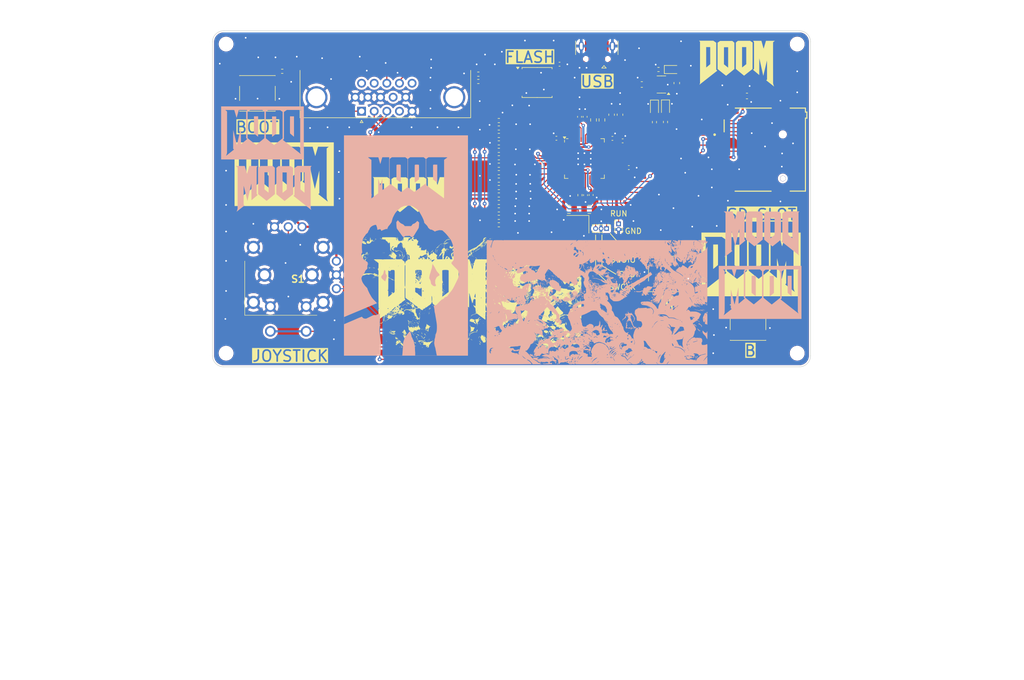
<source format=kicad_pcb>
(kicad_pcb (version 20240108) (generator "pcbnew") (generator_version "8.0")
  (layers (0 "F.Cu" signal) (31 "B.Cu" signal) (34 "B.Paste" user) (35 "F.Paste" user) (36 "B.SilkS" user "B.Silkscreen") (37 "F.SilkS" user "F.Silkscreen") (38 "B.Mask" user) (39 "F.Mask" user) (44 "Edge.Cuts" user))
  (net 0 "")
  (net 1 "GND")
  (net 2 "VBUS")
  (net 3 "+3V3")
  (net 4 "+1V1")
  (net 5 "/XO")
  (net 6 "/XIN")
  (net 7 "/USB_D-")
  (net 9 "/USB_D+")
  (net 10 "/VGA_G")
  (net 11 "/VGA_R")
  (net 12 "/VGA_B")
  (net 13 "/RUN")
  (net 14 "/SWD")
  (net 15 "/SWCLK")
  (net 16 "/GPIO4")
  (net 17 "/GPIO3")
  (net 18 "/GPIO2")
  (net 19 "/GPIO1")
  (net 20 "/GPIO0")
  (net 21 "/GPIO10")
  (net 22 "/GPIO9")
  (net 23 "/GPIO8")
  (net 24 "/GPIO7")
  (net 25 "/GPIO6")
  (net 26 "/GPIO15")
  (net 27 "/GPIO14")
  (net 28 "/GPIO13")
  (net 29 "/GPIO12")
  (net 30 "/GPIO11")
  (net 31 "/VGA_HSYNC")
  (net 32 "/VGA_VSYNC")
  (net 33 "/QSPI_SS")
  (net 34 "/BOOT_SEL")
  (net 35 "/XOUT")
  (net 36 "/LED1")
  (net 37 "/LED2")
  (net 38 "/THUMB_X")
  (net 39 "/THUMB_SW")
  (net 40 "/THUMB_Y")
  (net 41 "/SW1")
  (net 42 "/SW2")
  (net 43 "/SD_CMD")
  (net 44 "/QSPI_SD2")
  (net 45 "/SD_CLK")
  (net 46 "/SD_DAT2")
  (net 47 "/SD_DAT3")
  (net 48 "/SD_DAT1")
  (net 49 "/QSPI_SD3")
  (net 50 "/SD_DAT0")
  (net 51 "/QSPI_SD0")
  (net 52 "/QSPI_SCLK")
  (net 53 "/QSPI_SD1")
  (net 59 "/GPIO16")
  (net 60 "/GPIO17")
  (net 61 "/USB1_D+")
  (net 62 "/USB1_D-")
  (net 63 "/LED_RK")
  (net 64 "/LED_WK")
  (net 65 "/LED_BK")
  (footprint "LOGO" (layer "F.Cu") (at 187.325 77.343)
    (property "Reference" "G***" (hide yes))
    (property "Value" "LOGO" (hide yes))
  )
  (footprint "VGAutumn:RKJXV122400R" (layer "F.Cu") (at 112.09 81.748)
    (property "Reference" "S1")
    (property "Value" "RKJXV122400R" (hide yes))
  )
  (footprint "LED_SMD:LED_0603_1608Metric" (layer "F.Cu") (at 169.799 48.9967 -90)
    (property "Reference" "D3" (hide yes))
    (property "Value" "LEDB")
  )
  (footprint "Resistor_SMD:R_0402_1005Metric" (layer "F.Cu") (at 102.2604 42.2804)
    (property "Reference" "R4" (hide yes))
    (property "Value" "1k")
  )
  (footprint "Resistor_SMD:R_0402_1005Metric" (layer "F.Cu") (at 141.568 53.929642)
    (property "Reference" "R5" (hide yes))
    (property "Value" "2k")
  )
  (footprint "Capacitor_SMD:C_0402_1005Metric" (layer "F.Cu") (at 156.21 50.546 -90)
    (property "Reference" "C11" (hide yes))
    (property "Value" "100n")
  )
  (footprint "Capacitor_SMD:C_0603_1608Metric" (layer "F.Cu") (at 162.0266 50.165 90)
    (property "Reference" "C14" (hide yes))
    (property "Value" "1u")
  )
  (footprint "Resistor_SMD:R_0402_1005Metric" (layer "F.Cu") (at 141.568 59.33621)
    (property "Reference" "R11" (hide yes))
    (property "Value" "4k02")
  )
  (footprint "Resistor_SMD:R_0402_1005Metric" (layer "F.Cu") (at 141.568 55.281284)
    (property "Reference" "R6" (hide yes))
    (property "Value" "1k")
  )
  (footprint "Capacitor_SMD:C_0603_1608Metric" (layer "F.Cu") (at 163.5506 50.165 90)
    (property "Reference" "C13" (hide yes))
    (property "Value" "1u")
  )
  (footprint "Connector_PinHeader_1.00mm:PinHeader_1x03_P1.00mm_Vertical" (layer "F.Cu") (at 161.1216 70.8406 -90)
    (property "Reference" "J5" (hide yes))
    (property "Value" "Conn_01x03")
  )
  (footprint "Resistor_SMD:R_0402_1005Metric" (layer "F.Cu") (at 141.568 63.391136)
    (property "Reference" "R14" (hide yes))
    (property "Value" "499R")
  )
  (footprint "Button_Switch_SMD:SW_Push_1P1T_NO_6x6mm_H9.5mm" (layer "F.Cu") (at 97.7646 46.2936 180)
    (property "Reference" "SW1" (hide yes))
    (property "Value" "SW_Push")
  )
  (footprint "Resistor_SMD:R_0402_1005Metric" (layer "F.Cu") (at 141.568 60.687852)
    (property "Reference" "R12" (hide yes))
    (property "Value" "2k")
  )
  (footprint "VGAutumn:VGA" (layer "F.Cu") (at 121.0058 42.762 180)
    (property "Reference" "J3" (hide yes))
    (property "Value" "DE15_Receptacle_HighDensity")
  )
  (footprint "Resistor_SMD:R_0402_1005Metric" (layer "F.Cu") (at 137.8458 42.799)
    (property "Reference" "R22" (hide yes))
    (property "Value" "47R")
  )
  (footprint "Package_DFN_QFN:QFN-56-1EP_7x7mm_P0.4mm_EP3.2x3.2mm" (layer "F.Cu") (at 157.0956 58.1237)
    (property "Reference" "U3" (hide yes))
    (property "Value" "RP2040")
  )
  (footprint "Resistor_SMD:R_0402_1005Metric" (layer "F.Cu") (at 156.2862 64.77 90)
    (property "Reference" "R23" (hide yes))
    (property "Value" "1k")
  )
  (footprint "MountingHole:MountingHole_2.2mm_M2" (layer "F.Cu") (at 195.707 37.338)
    (property "Reference" "H2" (hide yes))
    (property "Value" "MountingHole")
  )
  (footprint "Resistor_SMD:R_0402_1005Metric" (layer "F.Cu") (at 141.568 68.797704)
    (property "Reference" "R20" (hide yes))
    (property "Value" "1k")
  )
  (footprint "LOGO" (layer "F.Cu") (at 184.912 40.894)
    (property "Reference" "G***" (hide yes))
    (property "Value" "LOGO" (hide yes))
  )
  (footprint "Capacitor_SMD:C_0805_2012Metric" (layer "F.Cu") (at 154.2796 67.3608 180)
    (property "Reference" "C16" (hide yes))
    (property "Value" "15p")
  )
  (footprint "Crystal:Crystal_SMD_SeikoEpson_FA238-4Pin_3.2x2.5mm" (layer "F.Cu") (at 155.9042 70.0658 180)
    (property "Reference" "Y1" (hide yes))
    (property "Value" "Crystal_GND24")
  )
  (footprint "LED_SMD:LED_0603_1608Metric" (layer "F.Cu") (at 173.0755 41.9608)
    (property "Reference" "D1" (hide yes))
    (property "Value" "LEDR")
  )
  (footprint "VGAutumn:GCT_MEM2075-00-140-01-A" (layer "F.Cu") (at 193.2205 56.99 90)
    (property "Reference" "J2" (hide yes))
    (property "Value" "Micro_SD_Card")
  )
  (footprint "Button_Switch_SMD:SW_Push_1P1T_NO_6x6mm_H9.5mm" (layer "F.Cu") (at 186.7788 87.92)
    (property "Reference" "SW3" (hide yes))
    (property "Value" "SW_Push")
  )
  (footprint "Capacitor_SMD:C_0402_1005Metric" (layer "F.Cu") (at 157.226 50.546 -90)
    (property "Reference" "C5" (hide yes))
    (property "Value" "100n")
  )
  (footprint "Button_Switch_SMD:SW_Push_1P1T_NO_6x6mm_H9.5mm" (layer "F.Cu") (at 171.958 79.0702)
    (property "Reference" "SW2" (hide yes))
    (property "Value" "SW_Push")
  )
  (footprint "Capacitor_SMD:C_0402_1005Metric" (layer "F.Cu") (at 149.479 59.182)
    (property "Reference" "C7" (hide yes))
    (property "Value" "100n")
  )
  (footprint "Capacitor_SMD:C_0402_1005Metric" (layer "F.Cu") (at 157.3022 64.77 90)
    (property "Reference" "C8" (hide yes))
    (property "Value" "100n")
  )
  (footprint "Capacitor_SMD:C_0402_1005Metric" (layer "F.Cu") (at 158.3182 64.7446 90)
    (property "Reference" "C12" (hide yes))
    (property "Value" "100n")
  )
  (footprint "Package_TO_SOT_SMD:SOT-23-3" (layer "F.Cu") (at 171.0622 44.6786 180)
    (property "Reference" "U1" (hide yes))
    (property "Value" "XC6206P332MR")
  )
  (footprint "LOGO" (layer "F.Cu") (at 125.73 65.659)
    (property "Reference" "G***" (hide yes))
    (property "Value" "LOGO" (hide yes))
  )
  (footprint "Resistor_SMD:R_0402_1005Metric" (layer "F.Cu") (at 141.568 66.09442)
    (property "Reference" "R17" (hide yes))
    (property "Value" "4k02")
  )
  (footprint "Capacitor_SMD:C_0603_1608Metric" (layer "F.Cu") (at 173.8562 44.4246 -90)
    (property "Reference" "C3" (hide yes))
    (property "Value" "1u")
  )
  (footprint "Resistor_SMD:R_0402_1005Metric" (layer "F.Cu") (at 141.568 62.039494)
    (property "Reference" "R13" (hide yes))
    (property "Value" "1k")
  )
  (footprint "Resistor_SMD:R_0402_1005Metric" (layer "F.Cu") (at 137.8458 44.1374)
    (property "Reference" "R24" (hide yes))
    (property "Value" "47R")
  )
  (footprint "Resistor_SMD:R_0402_1005Metric" (layer "F.Cu") (at 141.568 64.742778)
    (property "Reference" "R16" (hide yes))
    (property "Value" "8k06")
  )
  (footprint "Capacitor_SMD:C_0603_1608Metric" (layer "F.Cu") (at 186.5884 46.7614 180)
    (property "Reference" "C1" (hide yes))
    (property "Value" "1u")
  )
  (footprint "LED_SMD:LED_0603_1608Metric" (layer "F.Cu") (at 171.8056 48.9734 -90)
    (property "Reference" "D2" (hide yes))
    (property "Value" "LEDW")
  )
  (footprint "Package_SO:SOIC-8_5.23x5.23mm_P1.27mm" (layer "F.Cu") (at 148.507 44.323)
    (property "Reference" "U2" (hide yes))
    (property "Value" "W25Q128JVS")
  )
  (footprint "Capacitor_SMD:C_0402_1005Metric" (layer "F.Cu") (at 162.1722 54.4576 180)
    (property "Reference" "C6" (hide yes))
    (property "Value" "100n")
  )
  (footprint "MountingHole:MountingHole_2.2mm_M2" (layer "F.Cu") (at 92.075 93.472)
    (property "Reference" "H1" (hide yes))
    (property "Value" "MountingHole")
  )
  (footprint "LOGO" (layer "F.Cu") (at 102.616 60.96)
    (property "Reference" "G***" (hide yes))
    (property "Value" "LOGO" (hide yes))
  )
  (footprint "Connector_USB:USB_Micro-B_XKB_U254-051T-4BH83-F1S" (layer "F.Cu") (at 159.3472 38.0982 180)
    (property "Reference" "J1" (hide yes))
    (property "Value" "USB_B_Micro")
  )
  (footprint "Resistor_SMD:R_0402_1005Metric" (layer "F.Cu") (at 169.799 51.5113 -90)
    (property "Reference" "R18" (hide yes))
    (property "Value" "1k")
  )
  (footprint "Capacitor_SMD:C_0402_1005Metric" (layer "F.Cu") (at 152.0096 54.4322)
    (property "Reference" "C4" (hide yes))
    (property "Value" "100n")
  )
  (footprint "Capacitor_SMD:C_0402_1005Metric" (layer "F.Cu") (at 164.0332 54.9148 180)
    (property "Reference" "C10" (hide yes))
    (property "Value" "100n")
  )
  (footprint "MountingHole:MountingHole_2.2mm_M2" (layer "F.Cu") (at 92.075 37.338)
    (property "Reference" "H4" (hide yes))
    (property "Value" "MountingHole")
  )
  (footprint "Resistor_SMD:R_0402_1005Metric" (layer "F.Cu") (at 141.568 51.226358)
    (property "Reference" "R2" (hide yes))
    (property "Value" "8k06")
  )
  (footprint "Resistor_SMD:R_0402_1005Metric" (layer "F.Cu") (at 141.568 67.446062)
    (property "Reference" "R19" (hide yes))
    (property "Value" "2k")
  )
  (footprint "Resistor_SMD:R_0603_1608Metric" (layer "F.Cu") (at 160.274 51.118 -90)
    (property "Reference" "R9" (hide yes))
    (property "Value" "27R")
  )
  (footprint "Capacitor_SMD:C_0402_1005Metric" (layer "F.Cu") (at 165.1508 59.7662 180)
    (property "Reference" "C9" (hide yes))
    (property "Value" "100n")
  )
  (footprint "LOGO" (layer "F.Cu") (at 136.525 82.423)
    (property "Reference" "G***" (hide yes))
    (property "Value" "LOGO" (hide yes))
  )
  (footprint "MountingHole:MountingHole_2.2mm_M2" (layer "F.Cu") (at 195.707 93.472)
    (property "Reference" "H3" (hide yes))
    (property "Value" "MountingHole")
  )
  (footprint "Resistor_SMD:R_0402_1005Metric" (layer "F.Cu") (at 171.8056 51.4879 -90)
    (property "Reference" "R15" (hide yes))
    (property "Value" "1k")
  )
  (footprint "Resistor_SMD:R_0402_1005Metric" (layer "F.Cu") (at 141.568 70.149358)
    (property "Reference" "R21" (hide yes))
    (property "Value" "499R")
  )
  (footprint "Resistor_SMD:R_0402_1005Metric" (layer "F.Cu") (at 141.568 52.578)
    (property "Reference" "R3" (hide yes))
    (property "Value" "4k02")
  )
  (footprint "Resistor_SMD:R_0402_1005Metric" (layer "F.Cu") (at 170.5355 41.9608 180)
    (property "Reference" "R1" (hide yes))
    (property "Value" "1k")
  )
  (footprint "Capacitor_SMD:C_0603_1608Metric" (layer "F.Cu") (at 167.5062 44.6786 180)
    (property "Reference" "C2" (hide yes))
    (property "Value" "1u")
  )
  (footprint "Capacitor_SMD:C_0805_2012Metric" (layer "F.Cu") (at 157.988 67.3608)
    (property "Reference" "C17" (hide yes))
    (property "Value" "15p")
  )
  (footprint "Resistor_SMD:R_0603_1608Metric" (layer "F.Cu") (at 158.75 51.118 -90)
    (property "Reference" "R8" (hide yes))
    (property "Value" "27R")
  )
  (footprint "Capacitor_SMD:C_0402_1005Metric" (layer "F.Cu") (at 152.5778 40.9956)
    (property "Reference" "C15" (hide yes))
    (property "Value" "100n")
  )
  (footprint "Resistor_SMD:R_0402_1005Metric" (layer "F.Cu") (at 141.568 57.984568)
    (property "Reference" "R10" (hide yes))
    (property "Value" "8k06")
  )
  (footprint "Resistor_SMD:R_0402_1005Metric" (layer "F.Cu") (at 141.568 56.632926)
    (property "Reference" "R7" (hide yes))
    (property "Value" "499R")
  )
  (footprint "Connector_PinHeader_1.00mm:PinHeader_1x02_P1.00mm_Vertical" (layer "F.Cu") (at 163.2966 69.985)
    (property "Reference" "J4" (hide yes))
    (property "Value" "Conn_01x02")
  )
  (footprint "LOGO" (layer "B.Cu") (at 159.385 84.201 180)
    (property "Reference" "G***" (hide yes))
    (property "Value" "LOGO" (hide yes))
  )
  (footprint "LOGO" (layer "B.Cu") (at 188.976 82.423 180)
    (property "Reference" "G***" (hide yes))
    (property "Value" "LOGO" (hide yes))
  )
  (footprint "LOGO" (layer "B.Cu") (at 124.714 73.914 180)
    (property "Reference" "G***" (hide yes))
    (property "Value" "LOGO" (hide yes))
  )
  (footprint "LOGO" (layer "B.Cu") (at 100.584 63.627 180)
    (property "Reference" "G***" (hide yes))
    (property "Value" "LOGO" (hide yes))
  )
  (footprint "LOGO" (layer "B.Cu") (at 189.103 71.882 180)
    (property "Reference" "G***" (hide yes))
    (property "Value" "LOGO" (hide yes))
  )
  (footprint "LOGO" (layer "B.Cu") (at 98.679 53.467 180)
    (property "Reference" "G***" (hide yes))
    (property "Value" "LOGO" (hide yes))
  )
  (gr_line (start 163.576 75.438) (end 163.576 73.787) (stroke (width 0.15)) (layer "F.SilkS"))
  (gr_line (start 159.131 78.613) (end 161.163 80.518) (stroke (width 0.15)) (layer "F.SilkS"))
  (gr_line (start 160.274 77.597) (end 162.814 79.121) (stroke (width 0.15)) (layer "F.SilkS"))
  (gr_line (start 159.131 72.009) (end 159.131 78.613) (stroke (width 0.15)) (layer "F.SilkS"))
  (gr_line (start 160.274 72.009) (end 160.274 77.597) (stroke (width 0.15)) (layer "F.SilkS"))
  (gr_line (start 163.576 73.787) (end 161.798 71.755) (stroke (width 0.15)) (layer "F.SilkS"))
  (gr_arc (start 91.6156 95.9358) (mid 90.201386 95.350014) (end 89.6156 93.9358) (stroke (width 0.1)) (layer "Edge.Cuts"))
  (gr_arc (start 198.1156 93.9358) (mid 197.529814 95.350014) (end 196.1156 95.9358) (stroke (width 0.1)) (layer "Edge.Cuts"))
  (gr_line (start 198.1156 36.9358) (end 198.1156 93.9358) (stroke (width 0.1)) (layer "Edge.Cuts"))
  (gr_line (start 89.6156 93.9358) (end 89.6156 36.9358) (stroke (width 0.1)) (layer "Edge.Cuts"))
  (gr_line (start 196.1156 95.9358) (end 91.6156 95.9358) (stroke (width 0.1)) (layer "Edge.Cuts"))
  (gr_arc (start 89.6156 36.9358) (mid 90.201386 35.521586) (end 91.6156 34.9358) (stroke (width 0.1)) (layer "Edge.Cuts"))
  (gr_line (start 91.6156 34.9358) (end 196.1156 34.9358) (stroke (width 0.1)) (layer "Edge.Cuts"))
  (gr_arc (start 196.1156 34.9358) (mid 197.529814 35.521586) (end 198.1156 36.9358) (stroke (width 0.1)) (layer "Edge.Cuts"))
  (gr_text "RUN" (at 161.671 68.707 0) (layer "F.SilkS") (effects (font (size 1 1) (thickness 0.153)) (justify left bottom)))
  (gr_text "USB" (at 156.21 45.339 0) (layer "F.SilkS" knockout) (effects (font (size 2 2) (thickness 0.3)) (justify left bottom)))
  (gr_text "JOYSTICK" (at 96.6786 95.158 0) (layer "F.SilkS" knockout) (effects (font (size 2 2) (thickness 0.3)) (justify left bottom)))
  (gr_text "SWCLK" (at 161.417 82.042 0) (layer "F.SilkS") (effects (font (size 1 1) (thickness 0.153)) (justify left bottom)))
  (gr_text "A" (at 171.0182 85.598 0) (layer "F.SilkS" knockout) (effects (font (size 2 2) (thickness 0.3)) (justify left bottom)))
  (gr_text "SWDIO" (at 161.671 77.089 0) (layer "F.SilkS") (effects (font (size 1 1) (thickness 0.153)) (justify left bottom)))
  (gr_text "VGA" (at 117.729 57.404 0) (layer "F.SilkS" knockout) (effects (font (size 2 2) (thickness 0.3)) (justify left bottom)))
  (gr_text "GND" (at 164.338 71.882 0) (layer "F.SilkS") (effects (font (size 1 1) (thickness 0.153)) (justify left bottom)))
  (gr_text "B" (at 185.9788 94.2086 0) (layer "F.SilkS" knockout) (effects (font (size 2 2) (thickness 0.3)) (justify left bottom)))
  (gr_text "FLASH" (at 142.494 40.894 0) (layer "F.SilkS" knockout) (effects (font (size 2 2) (thickness 0.3)) (justify left bottom)))
  (gr_text "SD SLOT" (at 182.753 69.469 0) (layer "F.SilkS" knockout) (effects (font (size 2 2) (thickness 0.3)) (justify left bottom)))
  (gr_text "GND" (at 163.195 79.756 0) (layer "F.SilkS") (effects (font (size 1 1) (thickness 0.153)) (justify left bottom)))
  (gr_text "BOOT" (at 93.6498 53.6194 0) (layer "F.SilkS" knockout) (effects (font (size 2 2) (thickness 0.3)) (justify left bottom)))
  (segment (start 166.7312 43.4538) (end 166.751 43.434) (width 0.4) (layer "F.Cu") (net 1))
  (segment (start 192.6905 65.8815) (end 192.659 65.913) (width 0.4) (layer "F.Cu") (net 1))
  (segment (start 168.6537 48.2092) (end 169.799 48.2092) (width 0.4) (layer "F.Cu") (net 1))
  (segment (start 124.841 47.0408) (end 124.6284 47.0408) (width 0.4) (layer "F.Cu") (net 1))
  (segment (start 183.0905 65.7425) (end 183.134 65.786) (width 0.4) (layer "F.Cu") (net 1))
  (segment (start 160.1724 67.3608) (end 158.938 67.3608) (width 0.4) (layer "F.Cu") (net 1))
  (segment (start 157.0042 72.1546) (end 156.9974 72.1614) (width 0.4) (layer "F.Cu") (net 1))
  (segment (start 153.0578 40.9956) (end 153.9748 40.9956) (width 0.4) (layer "F.Cu") (net 1))
  (segment (start 153.3296 67.3608) (end 152.146 67.3608) (width 0.4) (layer "F.Cu") (net 1))
  (segment (start 160.1216 70.8406) (end 160.1216 69.5452) (width 0.4) (layer "F.Cu") (net 1))
  (segment (start 153.9748 40.9956) (end 154.0002 41.021) (width 0.4) (layer "F.Cu") (net 1))
  (segment (start 162.6522 53.578) (end 162.6522 54.4576) (width 0.4) (layer "F.Cu") (net 1))
  (segment (start 170.0255 41.0698) (end 170.0255 41.9608) (width 0.4) (layer "F.Cu") (net 1))
  (segment (start 172.9742 48.1859) (end 171.8056 48.1859) (width 0.4) (layer "F.Cu") (net 1))
  (segment (start 101.7396 47.2716) (end 101.7396 48.5436) (width 0.4) (layer "F.Cu") (net 1))
  (segment (start 163.5506 48.2476) (end 163.5506 49.39) (width 0.4) (layer "F.Cu") (net 1))
  (segment (start 158.3182 65.2246) (end 159.2928 65.2246) (width 0.4) (layer "F.Cu") (net 1))
  (segment (start 187.3634 47.8406) (end 187.3504 47.8536) (width 0.4) (layer "F.Cu") (net 1))
  (segment (start 159.2928 65.2246) (end 159.3156 65.2018) (width 0.4) (layer "F.Cu") (net 1))
  (segment (start 166.7312 44.6786) (end 166.7312 43.4538) (width 0.4) (layer "F.Cu") (net 1))
  (segment (start 180.2328 60.0908) (end 180.213 60.071) (width 0.4) (layer "F.Cu") (net 1))
  (segment (start 156.21 50.066) (end 156.21 49.149) (width 0.4) (layer "F.Cu") (net 1))
  (segment (start 187.3634 46.7614) (end 187.3634 47.8406) (width 0.4) (layer "F.Cu") (net 1))
  (segment (start 157.3022 66.0146) (end 157.3022 65.25) (width 0.4) (layer "F.Cu") (net 1))
  (segment (start 172.1997 44.7163) (end 172.212 44.704) (width 0.4) (layer "F.Cu") (net 1))
  (segment (start 181.7905 60.0908) (end 180.2328 60.0908) (width 0.4) (layer "F.Cu") (net 1))
  (segment (start 162.6616 53.5686) (end 162.6522 53.578) (width 0.4) (layer "F.Cu") (net 1))
  (segment (start 156.21 41.6414) (end 156.21 40.2954) (width 0.4) (layer "F.Cu") (net 1))
  (segment (start 162.0266 48.1838) (end 162.0266 49.39) (width 0.4) (layer "F.Cu") (net 1))
  (segment (start 165.6308 59.7662) (end 166.5478 59.7662) (width 0.4) (layer "F.Cu") (net 1))
  (segment (start 183.0905 64.59) (end 183.0905 65.7425) (width 0.4) (layer "F.Cu") (net 1))
  (segment (start 172.1997 45.6286) (end 172.1997 44.7163) (width 0.4) (layer "F.Cu") (net 1))
  (segment (start 156.0956 62.7762) (end 156.0956 61.5612) (width 0.2) (layer "F.Cu") (net 1))
  (segment (start 154.5082 64.3636) (end 156.0956 62.7762) (width 0.2) (layer "F.Cu") (net 1))
  (segment (start 183.0905 48.3435) (end 183.0905 49.94) (width 0.4) (layer "F.Cu") (net 1))
  (segment (start 153.3398 69.2658) (end 154.8042 69.2658) (width 0.4) (layer "F.Cu") (net 1))
  (segment (start 164.4512 40.2582) (end 164.465 40.2444) (width 0.4) (layer "F.Cu") (net 1))
  (segment (start 192.6905 47.6565) (end 192.659 47.625) (width 0.4) (layer "F.Cu") (net 1))
  (segment (start 158.0472 41.0742) (end 157.48 41.6414) (width 0.4) (layer "F.Cu") (net 1))
  (segment (start 93.7896 47.2716) (end 93.7896 48.5436) (width 0.4) (layer "F.Cu") (net 1))
  (segment (start 151.5296 53.5618) (end 151.511 53.5432) (width 0.4) (layer "F.Cu") (net 1))
  (segment (start 175.933 79.9192) (end 175.933 81.3202) (width 0.4) (layer "F.Cu") (net 1))
  (segment (start 173.8562 46.3482) (end 173.863 46.355) (width 0.4) (layer "F.Cu") (net 1))
  (segment (start 157.226 50.066) (end 157.226 49.149) (width 0.4) (layer "F.Cu") (net 1))
  (segment (start 156.21 40.2954) (end 156.2472 40.2582) (width 0.4) (layer "F.Cu") (net 1))
  (segment (start 144.907 46.228) (end 146.558 46.228) (width 0.4) (layer "F.Cu") (net 1))
  (segment (start 167.983 78.7526) (end 167.983 81.3202) (width 0.4) (layer "F.Cu") (net 1))
  (segment (start 190.7538 88.896) (end 190.7538 90.17) (width 0.4) (layer "F.Cu") (net 1))
  (segment (start 182.8038 90.17) (end 182.8038 88.8196) (width 0.4) (layer "F.Cu") (net 1))
  (segment (start 158.0472 40.3832) (end 158.0472 41.0742) (width 0.4) (layer "F.Cu") (net 1))
  (segment (start 173.8562 45.1996) (end 173.8562 46.3482) (width 0.4) (layer "F.Cu") (net 1))
  (segment (start 180.2308 63.3908) (end 180.213 63.373) (width 0.4) (layer "F.Cu") (net 1))
  (segment (start 164.5132 54.0258) (end 164.5132 54.9148) (width 0.4) (layer "F.Cu") (net 1))
  (segment (start 160.1216 69.5452) (end 160.147 69.5198) (width 0.4) (layer "F.Cu") (net 1))
  (segment (start 157.0042 70.8658) (end 157.0042 72.1546) (width 0.4) (layer "F.Cu") (net 1))
  (segment (start 148.1074 59.182) (end 148.999 59.182) (width 0.4) (layer "F.Cu") (net 1))
  (segment (start 181.7905 63.3908) (end 180.2308 63.3908) (width 0.4) (layer "F.Cu") (net 1))
  (segment (start 154.5082 64.9224) (end 154.5082 64.3636) (width 0.2) (layer "F.Cu") (net 1))
  (segment (start 166.5478 59.7662) (end 166.5732 59.7916) (width 0.4) (layer "F.Cu") (net 1))
  (segment (start 192.6905 49.04) (end 192.6905 47.6565) (width 0.4) (layer "F.Cu") (net 1))
  (segment (start 192.6905 64.59) (end 192.6905 65.8815) (width 0.4) (layer "F.Cu") (net 1))
  (segment (start 151.5296 54.4322) (end 151.5296 53.5618) (width 0.4) (layer "F.Cu") (net 1))
  (segment (start 162.4472 40.2582) (end 164.4512 40.2582) (width 0.4) (layer "F.Cu") (net 1))
  (segment (start 167.9956 78.74) (end 167.983 78.7526) (width 0.4) (layer "F.Cu") (net 1))
  (via (at 138.0998 47.7012) (size 0.7) (drill 0.3) (layers "F.Cu" "B.Cu") (net 1))
  (via (at 167.005 38.1) (size 0.7) (drill 0.3) (layers "F.Cu" "B.Cu") (net 1))
  (via (at 187.3504 47.8536) (size 0.7) (drill 0.3) (layers "F.Cu" "B.Cu") (net 1))
  (via (at 138.1252 61.2648) (size 0.7) (drill 0.3) (layers "F.Cu" "B.Cu") (net 1))
  (via (at 189.865 55.9308) (size 0.7) (drill 0.3) (layers "F.Cu" "B.Cu") (net 1))
  (via (at 147.066 69.469) (size 0.7) (drill 0.3) (layers "F.Cu" "B.Cu") (net 1))
  (via (at 157.226 49.149) (size 0.7) (drill 0.3) (layers "F.Cu" "B.Cu") (net 1))
  (via (at 148.1074 59.182) (size 0.7) (drill 0.3) (layers "F.Cu" "B.Cu") (net 1))
  (via (at 144.7038 51.8922) (size 0.7) (drill 0.3) (layers "F.Cu" "B.Cu") (net 1))
  (via (at 192.659 65.913) (size 0.7) (drill 0.3) (layers "F.Cu" "B.Cu") (net 1))
  (via (at 166.751 43.434) (size 0.7) (drill 0.3) (layers "F.Cu" "B.Cu") (net 1))
  (via (at 116.332 39.624) (size 0.7) (drill 0.3) (layers "F.Cu" "B.Cu") (net 1))
  (via (at 112.649 65.405) (size 0.7) (drill 0.3) (layers "F.Cu" "B.Cu") (net 1))
  (via (at 170.942 71.12) (size 0.7) (drill 0.3) (layers "F.Cu" "B.Cu") (net 1))
  (via (at 166.2176 61.5442) (size 0.7) (drill 0.3) (layers "F.Cu" "B.Cu") (net 1))
  (via (at 121.031 40.767) (size 0.7) (drill 0.3) (layers "F.Cu" "B.Cu") (net 1))
  (via (at 129.159 43.434) (size 0.7) (drill 0.3) (layers "F.Cu" "B.Cu") (net 1))
  (via (at 139.954 55.2704) (size 0.7) (drill 0.3) (layers "F.Cu" "B.Cu") (net 1))
  (via (at 90.932 40.894) (size 0.7) (drill 0.3) (layers "F.Cu" "B.Cu") (net 1))
  (via (at 180.467 93.472) (size 0.7) (drill 0.3) (layers "F.Cu" "B.Cu") (net 1))
  (via (at 144.526 69.469) (size 0.7) (drill 0.3) (layers "F.Cu" "B.Cu") (net 1))
  (via (at 139.065 39.243) (size 0.7) (drill 0.3) (layers "F.Cu" "B.Cu") (net 1))
  (via (at 138.1252 52.8828) (size 0.7) (drill 0.3) (layers "F.Cu" "B.Cu") (net 1))
  (via (at 176.403 41.275) (size 0.7) (drill 0.3) (layers "F.Cu" "B.Cu") (net 1))
  (via (at 147.2184 61.087) (size 0.7) (drill 0.3) (layers "F.Cu" "B.Cu") (net 1))
  (via (at 191.135 51.689) (size 0.7) (drill 0.3) (layers "F.Cu" "B.Cu") (net 1))
  (via (at 103.886 44.196) (size 0.7) (drill 0.3) (layers "F.Cu" "B.Cu") (net 1))
  (via (at 144.7292 61.0616) (size 0.7) (drill 0.3) (layers "F.Cu" "B.Cu") (net 1))
  (via (at 155.956 58.166) (size 0.7) (drill 0.3) (layers "F.Cu" "B.Cu") (net 1))
  (via (at 164.5132 54.0258) (size 0.7) (drill 0.3) (layers "F.Cu" "B.Cu") (net 1))
  (via (at 138.1506 69.342) (size 0.7) (drill 0.3) (layers "F.Cu" "B.Cu") (net 1))
  (via (at 155.956 57.15) (size 0.7) (drill 0.3) (layers "F.Cu" "B.Cu") (net 1))
  (via (at 179.6034 57.912) (size 0.7) (drill 0.3) (layers "F.Cu" "B.Cu") (net 1))
  (via (at 155.321 43.434) (size 0.7) (drill 0.3) (layers "F.Cu" "B.Cu") (net 1))
  (via (at 165.481 66.548) (size 0.7) (drill 0.3) (layers "F.Cu" "B.Cu") (net 1))
  (via (at 182.8038 88.8196) (size 0.7) (drill 0.3) (layers "F.Cu" "B.Cu") (net 1))
  (via (at 134.239 52.451) (size 0.7) (drill 0.3) (layers "F.Cu" "B.Cu") (net 1))
  (via (at 157.48 41.6414) (size 0.7) (drill 0.3) (layers "F.Cu" "B.Cu") (net 1))
  (via (at 177.8 64.897) (size 0.7) (drill 0.3) (layers "F.Cu" "B.Cu") (net 1))
  (via (at 107.315 52.578) (size 0.7) (drill 0.3) (layers "F.Cu" "B.Cu") (net 1))
  (via (at 147.193 56.4388) (size 0.7) (drill 0.3) (layers "F.Cu" "B.Cu") (net 1))
  (via (at 173.2534 67.1322) (size 0.7) (drill 0.3) (layers "F.Cu" "B.Cu") (net 1))
  (via (at 175.933 79.9192) (size 0.7) (drill 0.3) (layers "F.Cu" "B.Cu") (net 1))
  (via (at 123.19 42.545) (size 0.7) (drill 0.3) (layers "F.Cu" "B.Cu") (net 1))
  (via (at 192.659 47.625) (size 0.7) (drill 0.3) (layers "F.Cu" "B.Cu") (net 1))
  (via (at 92.075 60.325) (size 0.7) (drill 0.3) (layers "F.Cu" "B.Cu") (net 1))
  (via (at 157.3022 66.0146) (size 0.7) (drill 0.3) (layers "F.Cu" "B.Cu") (net 1))
  (via (at 142.113 38.735) (size 0.7) (drill 0.3) (layers "F.Cu" "B.Cu") (net 1))
  (via (at 147.0914 66.7766) (size 0.7) (drill 0.3) (layers "F.Cu" "B.Cu") (net 1))
  (via (at 145.034 71.628) (size 0.7) (drill 0.3) (layers "F.Cu" "B.Cu") (net 1))
  (via (at 104.902 39.624) (size 0.7) (drill 0.3) (layers "F.Cu" "B.Cu") (net 1))
  (via (at 155.956 59.182) (size 0.7) (drill 0.3) (layers "F.Cu" "B.Cu") (net 1))
  (via (at 152.146 67.3608) (size 0.7) (drill 0.3) (layers "F.Cu" "B.Cu") (net 1))
  (via (at 182.118 44.831) (size 0.7) (drill 0.3) (layers "F.Cu" "B.Cu") (net 1))
  (via (at 147.3454 65.405) (size 0.7) (drill 0.3) (layers "F.Cu" "B.Cu") (net 1))
  (via (at 187.452 53.5178) (size 0.7) (drill 0.3) (layers "F.Cu" "B.Cu") (net 1))
  (via (at 156.21 46.99) (size 0.7) (drill 0.3) (layers "F.Cu" "B.Cu") (net 1))
  (via (at 112.649 56.769) (size 0.7) (drill 0.3) (layers "F.Cu" "B.Cu") (net 1))
  (via (at 146.304 36.703) (size 0.7) (drill 0.3) (layers "F.Cu" "B.Cu") (net 1))
  (via (at 140.843 41.021) (size 0.7) (drill 0.3) (layers "F.Cu" "B.Cu") (net 1))
  (via (at 173.8122 52.7812) (size 0.7) (drill 0.3) (layers "F.Cu" "B.Cu") (net 1))
  (via (at 105.537 73.787) (size 0.7) (drill 0.3) (layers "F.Cu" "B.Cu") (net 1))
  (via (at 175.387 60.706) (size 0.7) (drill 0.3) (layers "F.Cu" "B.Cu") (net 1))
  (via (at 183.0905 48.3435) (size 0.7) (drill 0.3) (layers "F.Cu" "B.Cu") (net 1))
  (via (at 151.511 53.5432) (size 0.7) (drill 0.3) (layers "F.Cu" "B.Cu") (net 1))
  (via (at 160.1724 67.3608) (size 0.7) (drill 0.3) (layers "F.Cu" "B.Cu") (net 1))
  (via (at 119.761 53.34) (size 0.7) (drill 0.3) (layers "F.Cu" "B.Cu") (net 1))
  (via (at 151.13 71.501) (size 0.7) (drill 0.3) (layers "F.Cu" "B.Cu") (net 1))
  (via (at 180.594 90.17) (size 0.7) (drill 0.3) (layers "F.Cu" "B.Cu") (net 1))
  (via (at 154.5082 64.9224) (size 0.7) (drill 0.3) (layers "F.Cu" "B.Cu") (net 1))
  (via (at 158.242 58.166) (size 0.7) (drill 0.3) (layers "F.Cu" "B.Cu") (net 1))
  (via (at 149.733 45.593) (size 0.7) (drill 0.3) (layers "F.Cu" "B.Cu") (net 1))
  (via (at 181.102 70.358) (size 0.7) (drill 0.3) (layers "F.Cu" "B.Cu") (net 1))
  (via (at 147.066 68.1228) (size 0.7) (drill 0.3) (layers "F.Cu" "B.Cu") (net 1))
  (via (at 157.099 57.15) (size 0.7) (drill 0.3) (layers "F.Cu" "B.Cu") (net 1))
  (via (at 159.3156 65.2018) (size 0.7) (drill 0.3) (layers "F.Cu" "B.Cu") (net 1))
  (via (at 194.945 55.372) (size 0.7) (drill 0.3) (layers "F.Cu" "B.Cu") (net 1))
  (via (at 160.147 69.5198) (size 0.7) (drill 0.3) (layers "F.Cu" "B.Cu") (net 1))
  (via (at 165.989 69.469) (size 0.7) (drill 0.3) (layers "F.Cu" "B.Cu") (net 1))
  (via (at 129.159 49.022) (size 0.7) (drill 0.3) (layers "F.Cu" "B.Cu") (net 1))
  (via (at 111.125 43.688) (size 0.7) (drill 0.3) (layers "F.Cu" "B.Cu") (net 1))
  (via (at 92.075 76.708) (size 0.7) (drill 0.3) (layers "F.Cu" "B.Cu") (net 1))
  (via (at 102.87 77.089) (size 0.7) (drill 0.3) (layers "F.Cu" "B.Cu") (net 1))
  (via (at 101.7396 47.2716) (size 0.7) (drill 0.3) (layers "F.Cu" "B.Cu") (net 1))
  (via (at 195.707 42.291) (size 0.7) (drill 0.3) (layers "F.Cu" "B.Cu") (net 1))
  (via (at 172.212 44.704) (size 0.7) (drill 0.3) (layers "F.Cu" "B.Cu") (net 1))
  (via (at 153.3398 69.2658) (size 0.7) (drill 0.3) (layers "F.Cu" "B.Cu") (net 1))
  (via (at 139.954 62.0268) (size 0.7) (drill 0.3) (layers "F.Cu" "B.Cu") (net 1))
  (via (at 144.526 68.1228) (size 0.7) (drill 0.3) (layers "F.Cu" "B.Cu") (net 1))
  (via (at 101.0412 39.751) (size 0.7) (drill 0.3) (layers "F.Cu" "B.Cu") (net 1))
  (via (at 129.286 40.132) (size 0.7) (drill 0.3) (layers "F.Cu" "B.Cu") (net 1))
  (via (at 144.653 56.4388) (size 0.7) (drill 0.3) (layers "F.Cu" "B.Cu") (net 1))
  (via (at 166.5732 59.7916) (size 0.7) (drill 0.3) (layers "F.Cu" "B.Cu") (net 1))
  (via (at 139.8778 52.0192) (size 0.7) (drill 0.3) (layers "F.Cu" "B.Cu") (net 1))
  (via (at 163.5506 48.2476) (size 0.7) (drill 0.3) (layers "F.Cu" "B.Cu") (net 1))
  (via (at 112.522 60.579) (size 0.7) (drill 0.3) (layers "F.Cu" "B.Cu") (net 1))
  (via (at 111.76 87.503) (size 0.7) (drill 0.3) (layers "F.Cu" "B.Cu") (net 1))
  (via (at 170.6118 64.6684) (size 0.7) (drill 0.3) (layers "F.Cu" "B.Cu") (net 1))
  (via (at 92.075 66.548) (size 0.7) (drill 0.3) (layers "F.Cu" "B.Cu") (net 1))
  (via (at 147.066 48.514) (size 0.7) (drill 0.3) (layers "F.Cu" "B.Cu") (net 1))
  (via (at 146.558 46.228) (size 0.7) (drill 0.3) (layers "F.Cu" "B.Cu") (net 1))
  (via (at 167.9956 78.74) (size 0.7) (drill 0.3) (layers "F.Cu" "B.Cu") (net 1))
  (via (at 157.099 59.182) (size 0.7) (drill 0.3) (layers "F.Cu" "B.Cu") (net 1))
  (via (at 195.707 46.101) (size 0.7) (drill 0.3) (layers "F.Cu" "B.Cu") (net 1))
  (via (at 137.541 41.021) (size 0.7) (drill 0.3) (layers "F.Cu" "B.Cu") (net 1))
  (via (at 185.166 60.071) (size 0.7) (drill 0.3) (layers "F.Cu" "B.Cu") (net 1))
  (via (at 110.49 52.451) (size 0.7) (drill 0.3) (layers "F.Cu" "B.Cu") (net 1))
  (via (at 156.21 41.6414) (size 0.7) (drill 0.3) (layers "F.Cu" "B.Cu") (net 1))
  (via (at 91.948 87.249) (size 0.7) (drill 0.3) (layers "F.Cu" "B.Cu") (net 1))
  (via (at 93.7896 47.2716) (size 0.7) (drill 0.3) (layers "F.Cu" "B.Cu") (net 1))
  (via (at 192.913 59.5884) (size 0.7) (drill 0.3) (layers "F.Cu" "B.Cu") (net 1))
  (via (at 158.242 59.182) (size 0.7) (drill 0.3) (layers "F.Cu" "B.Cu") (net 1))
  (via (at 162.6616 53.5686) (size 0.7) (drill 0.3) (layers "F.Cu" "B.Cu") (net 1))
  (via (at 97.917 39.751) (size 0.7) (drill 0.3) (layers "F.Cu" "B.Cu") (net 1))
  (via (at 183.134 65.786) (size 0.7) (drill 0.3) (layers "F.Cu" "B.Cu") (net 1))
  (via (at 192.9638 57.2008) (size 0.7) (drill 0.3) (layers "F.Cu" "B.Cu") (net 1))
  (via (at 125.73 52.451) (size 0.7) (drill 0.3) (layers "F.Cu" "B.Cu") (net 1))
  (via (at 144.7038 64.1096) (size 0.7) (drill 0.3) (layers "F.Cu" "B.Cu") (net 1))
  (via (at 95.631 36.195) (size 0.7) (drill 0.3) (layers "F.Cu" "B.Cu") (net 1))
  (via (at 92.075 71.374) (size 0.7) (drill 0.3) (layers "F.Cu" "B.Cu") (net 1))
  (via (at 114.427 52.451) (size 0.7) (drill 0.3) (layers "F.Cu" "B.Cu") (net 1))
  (via (at 162.0266 48.1838) (size 0.7) (drill 0.3) (layers "F.Cu" "B.Cu") (net 1))
  (via (at 172.9742 48.1859) (size 0.7) (drill 0.3) (layers "F.Cu" "B.Cu") (net 1))
  (via (at 156.9974 72.1614) (size 0.7) (drill 0.3) (layers "F.Cu" "B.Cu") (net 1))
  (via (at 151.511 36.703) (size 0.7) (drill 0.3) (layers "F.Cu" "B.Cu") (net 1))
  (via (at 144.7038 65.405) (size 0.7) (drill 0.3) (layers "F.Cu" "B.Cu") (net 1))
  (via (at 178.3842 51.0286) (size 0.7) (drill 0.3) (layers "F.Cu" "B.Cu") (net 1))
  (via (at 142.24 49.784) (size 0.7) (drill 0.3) (layers "F.Cu" "B.Cu") (net 1))
  (via (at 163.576 46.228) (size 0.7) (drill 0.3) (layers "F.Cu" "B.Cu") (net 1))
  (via (at 158.242 57.15) (size 0.7) (drill 0.3) (layers "F.Cu" "B.Cu") (net 1))
  (via (at 147.2692 62.7126) (size 0.7) (drill 0.3) (layers "F.Cu" "B.Cu") (net 1))
  (via (at 180.467 85.471) (size 0.7) (drill 0.3) (layers "F.Cu" "B.Cu") (net 1))
  (via (at 135.255 42.672) (size 0.7) (drill 0.3) (layers "F.Cu" "B.Cu") (net 1))
  (via (at 180.213 63.373) (size 0.7) (drill 0.3) (layers "F.Cu" "B.Cu") (net 1))
  (via (at 156.21 49.149) (size 0.7) (drill 0.3) (layers "F.Cu" "B.Cu") (net 1))
  (via (at 168.6537 48.2092) (size 0.7) (drill 0.3) (layers "F.Cu" "B.Cu") (net 1))
  (via (at 129.286 41.656) (size 0.7) (drill 0.3) (layers "F.Cu" "B.Cu") (net 1))
  (via (at 164.465 40.2444) (size 0.7) (drill 0.3) (layers "F.Cu" "B.Cu") (net 1))
  (via (at 174.625 36.83) (size 0.7) (drill 0.3) (layers "F.Cu" "B.Cu") (net 1))
  (via (at 144.7038 62.738) (size 0.7) (drill 0.3) (layers "F.Cu" "B.Cu") (net 1))
  (via (at 144.5514 66.7766) (size 0.7) (drill 0.3) (layers "F.Cu" "B.Cu") (net 1))
  (via (at 174.625 58.1152) (size 0.7) (drill 0.3) (layers "F.Cu" "B.Cu") (net 1))
  (via (at 92.075 82.169) (size 0.7) (drill 0.3) (layers "F.Cu" "B.Cu") (net 1))
  (via (at 97.028 69.977) (size 0.7) (drill 0.3) (layers "F.Cu" "B.Cu") (net 1))
  (via (at 147.2946 64.0588) (size 0.7) (drill 0.3) (layers "F.Cu" "B.Cu") (net 1))
  (via (at 111.633 90.932) (size 0.7) (drill 0.3) (layers "F.Cu" "B.Cu") (net 1))
  (via (at 139.954 59.1058) (size 0.7) (drill 0.3) (layers "F.Cu" "B.Cu") (net 1))
  (via (at 117.602 42.164) (size 0.7) (drill 0.3) (layers "F.Cu" "B.Cu") (net 1))
  (via (at 103.378 83.185) (size 0.7) (drill 0.3) (layers "F.Cu" "B.Cu") (net 1))
  (via (at 130.429 52.451) (size 0.7) (drill 0.3) (layers "F.Cu" "B.Cu") (net 1))
  (via (at 149.225 42.545) (size 0.7) (drill 0.3) (layers "F.Cu" "B.Cu") (net 1))
  (via (at 144.5006 59.2074) (size 0.7) (drill 0.3) (layers "F.Cu" "B.Cu") (net 1))
  (via (at 144.018 48.4632) (size 0.7) (drill 0.3) (layers "F.Cu" "B.Cu") (net 1))
  (via (at 154.0002 41.021) (size 0.7) (drill 0.3) (layers "F.Cu" "B.Cu") (net 1))
  (via (at 190.7538 88.896) (size 0.7) (drill 0.3) (layers "F.Cu" "B.Cu") (net 1))
  (via (at 147.2438 51.8922) (size 0.7) (drill 0.3) (layers "F.Cu" "B.Cu") (net 1))
  (via (at 187.071 44.958) (size 0.7) (drill 0.3) (layers "F.Cu" "B.Cu") (net 1))
  (via (at 180.213 60.071) (size 0.7) (drill 0.3) (layers "F.Cu" "B.Cu") (net 1))
  (via (at 170.0255 41.0698) (size 0.7) (drill 0.3) (layers "F.Cu" "B.Cu") (net 1))
  (via (at 97.79 47.244) (size 0.7) (drill 0.3) (layers "F.Cu" "B.Cu") (net 1))
  (via (at 109.4994 39.9034) (size 0.7) (drill 0.3) (layers "F.Cu" "B.Cu") (net 1))
  (via (at 129.159 45.72) (size 0.7) (drill 0.3) (layers "F.Cu" "B.Cu") (net 1))
  (via (at 176.657 70.485) (size 0.7) (drill 0.3) (layers "F.Cu" "B.Cu") (net 1))
  (via (at 173.863 46.355) (size 0.7) (drill 0.3) (layers "F.Cu" "B.Cu") (net 1))
  (segment (start 160.6472 40.3832) (end 160.6472 41.2672) (width 0.4) (layer "F.Cu") (net 2))
  (segment (start 160.6472 41.2672) (end 161.163 41.783) (width 0.4) (layer "F.Cu") (net 2))
  (segment (start 161.163 41.783) (end 162.433 41.783) (width 0.4) (layer "F.Cu") (net 2))
  (segment (start 164.973 44.323) (end 164.973 45.212) (width 0.4) (layer "F.Cu") (net 2))
  (segment (start 162.433 41.783) (end 164.973 44.323) (width 0.4) (layer "F.Cu") (net 2))
  (segment (start 168.2812 44.6786) (end 169.9247 44.6786) (width 0.4) (layer "F.Cu") (net 2))
  (segment (start 168.2812 45.4344) (end 168.2812 44.6786) (width 0.4) (layer "F.Cu") (net 2))
  (segment (start 167.4368 46.2788) (end 168.2812 45.4344) (width 0.4) (layer "F.Cu") (net 2))
  (segment (start 166.0398 46.2788) (end 167.4368 46.2788) (width 0.4) (layer "F.Cu") (net 2))
  (segment (start 164.973 45.212) (end 166.0398 46.2788) (width 0.4) (layer "F.Cu") (net 2))
  (segment (start 157.6956 54.6862) (end 157.6956 53.6448) (width 0.2) (layer "F.Cu") (net 3))
  (segment (start 163.5506 51.6382) (end 162.56 52.6288) (width 0.4) (layer "F.Cu") (net 3))
  (segment (start 177.0634 46.7614) (end 176.6062 46.3042) (width 0.4) (layer "F.Cu") (net 3))
  (segment (start 158.3182 60.579) (end 158.623 60.579) (width 0.25) (layer "F.Cu") (net 3))
  (segment (start 173.8562 41.9676) (end 173.863 41.9608) (width 0.4) (layer "F.Cu") (net 3))
  (segment (start 159.3596 59.8424) (end 159.3596 59.1312) (width 0.4) (layer "F.Cu") (net 3))
  (segment (start 157.226 51.435) (end 157.226 51.026) (width 0.2) (layer "F.Cu") (net 3))
  (segment (start 175.4632 46.3042) (end 175.4632 46.6598) (width 0.4) (layer "F.Cu") (net 3))
  (segment (start 109.5872 70.518) (end 112.09 73.0208) (width 0.4) (layer "F.Cu") (net 3))
  (segment (start 173.0248 47.2694) (end 172.7454 46.99) (width 0.4) (layer "F.Cu") (net 3))
  (segment (start 157.2956 53.8546) (end 157.5054 53.6448) (width 0.2) (layer "F.Cu") (net 3))
  (segment (start 153.6581 59.1237) (end 154.5515 59.1237) (width 0.2) (layer "F.Cu") (net 3))
  (segment (start 161.6922 53.594) (end 161.6922 54.4576) (width 0.4) (layer "F.Cu") (net 3))
  (segment (start 160.5331 59.1237) (end 159.3671 59.1237) (width 0.2) (layer "F.Cu") (net 3))
  (segment (start 163.5506 50.94) (end 163.5506 51.6382) (width 0.4) (layer "F.Cu") (net 3))
  (segment (start 173.7772 43.7286) (end 173.8562 43.6496) (width 0.4) (layer "F.Cu") (net 3))
  (segment (start 157.0997 55.5237) (end 157.3022 55.3212) (width 0.2) (layer "F.Cu") (net 3))
  (segment (start 163.5532 53.3628) (end 163.5532 54.9148) (width 0.4) (layer "F.Cu") (net 3))
  (segment (start 105.86 70.518) (end 109.5872 70.518) (width 0.4) (layer "F.Cu") (net 3))
  (segment (start 154.559 59.1312) (end 154.559 60.4012) (width 0.3) (layer "F.Cu") (net 3))
  (segment (start 154.559 55.5237) (end 154.559 59.1312) (width 0.3) (layer "F.Cu") (net 3))
  (segment (start 157.5054 53.6448) (end 157.6956 53.6448) (width 0.2) (layer "F.Cu") (net 3))
  (segment (start 150.0173 59.1237) (end 149.959 59.182) (width 0.2) (layer "F.Cu") (net 3))
  (segment (start 173.8562 43.6496) (end 173.8562 41.9676) (width 0.4) (layer "F.Cu") (net 3))
  (segment (start 159.3671 59.1237) (end 159.3596 59.1312) (width 0.2) (layer "F.Cu") (net 3))
  (segment (start 164.6044 50.94) (end 164.592 50.94) (width 0.4) (layer "F.Cu") (net 3))
  (segment (start 175.4632 43.9674) (end 175.4632 46.3042) (width 0.4) (layer "F.Cu") (net 3))
  (segment (start 152.0978 39.723) (end 155.7274 36.0934) (width 0.4) (layer "F.Cu") (net 3))
  (segment (start 152.0978 42.4088) (end 152.107 42.418) (width 0.4) (layer "F.Cu") (net 3))
  (segment (start 157.2956 54.6862) (end 157.2956 55.2892) (width 0.2) (layer "F.Cu") (net 3))
  (segment (start 153.6581 55.2331) (end 152.8572 54.4322) (width 0.2) (layer "F.Cu") (net 3))
  (segment (start 164.592 50.94) (end 164.592 52.324) (width 0.4) (layer "F.Cu") (net 3))
  (segment (start 154.559 60.4012) (end 154.8638 60.706) (width 0.3) (layer "F.Cu") (net 3))
  (segment (start 181.7947 57.8866) (end 181.7905 57.8908) (width 0.4) (layer "F.Cu") (net 3))
  (segment (start 164.592 52.324) (end 163.5532 53.3628) (width 0.4) (layer "F.Cu") (net 3))
  (segment (start 160.909 53.594) (end 161.6922 53.594) (width 0.4) (layer "F.Cu") (net 3))
  (segment (start 154.5515 59.1237) (end 154.559 59.1312) (width 0.2) (layer "F.Cu") (net 3))
  (segment (start 152.0978 40.9956) (end 152.0978 39.723) (width 0.4) (layer "F.Cu") (net 3))
  (segment (start 158.0896 60.8076) (end 157.3276 60.8076) (width 0.25) (layer "F.Cu") (net 3))
  (segment (start 173.8562 43.6496) (end 175.1454 43.6496) (width 0.4) (layer "F.Cu") (net 3))
  (segment (start 152.0978 40.9956) (end 152.0978 42.4088) (width 0.4) (layer "F.Cu") (net 3))
  (segment (start 157.2956 64.2834) (end 157.3022 64.29) (width 0.2) (layer "F.Cu") (net 3))
  (segment (start 176.6062 46.3042) (end 175.4632 46.3042) (width 0.4) (layer "F.Cu") (net 3))
  (segment (start 158.623 60.579) (end 158.9532 60.579) (width 0.3) (layer "F.Cu") (net 3))
  (segment (start 157.6956 55.2834) (end 157.6956 54.6862) (width 0.2) (layer "F.Cu") (net 3))
  (segment (start 157.2956 61.5612) (end 157.2956 64.2834) (width 0.2) (layer "F.Cu") (net 3))
  (segment (start 153.6581 55.5237) (end 154.4066 55.5237) (width 0.2) (layer "F.Cu") (net 3))
  (segment (start 147.0406 40.9956) (end 142.494 36.449) (width 0.4) (layer "F.Cu") (net 3))
  (segment (start 157.2006 60.8076) (end 157.099 60.706) (width 0.25) (layer "F.Cu") (net 3))
  (segment (start 91.3384 55.9964) (end 105.86 70.518) (width 0.4) (layer "F.Cu") (net 3))
  (segment (start 154.8638 60.706) (end 156.7434 60.706) (width 0.3) (layer "F.Cu") (net 3))
  (segment (start 185.8134 49.6316) (end 185.8134 46.7614) (width 0.4) (layer "F.Cu") (net 3))
  (segment (start 160.274 54.229) (end 160.909 53.594) (width 0.4) (layer "F.Cu") (net 3))
  (segment (start 185.8134 46.7614) (end 177.0634 46.7614) (width 0.4) (layer "F.Cu") (net 3))
  (segment (start 161.0614 54.4576) (end 160.7566 54.7624) (width 0.4) (layer "F.Cu") (net 3))
  (segment (start 157.2956 60.8396) (end 157.3276 60.8076) (width 0.2) (layer "F.Cu") (net 3))
  (segment (start 161.6922 53.1156) (end 161.6922 53.594) (width 0.4) (layer "F.Cu") (net 3))
  (segment (start 157.2956 61.5612) (end 157.2956 60.8396) (width 0.2) (layer "F.Cu") (net 3))
  (segment (start 157.3276 60.8076) (end 157.2006 60.8076) (width 0.25) (layer "F.Cu") (net 3))
  (segment (start 168.5544 46.99) (end 164.6044 50.94) (width 0.4) (layer "F.Cu") (net 3))
  (segment (start 157.2956 54.6862) (end 157.2956 53.8546) (width 0.2) (layer "F.Cu") (net 3))
  (segment (start 157.6956 53.6448) (end 157.6956 51.9046) (width 0.2) (layer "F.Cu") (net 3))
  (segment (start 174.8536 47.2694) (end 173.0248 47.2694) (width 0.4) (layer "F.Cu") (net 3))
  (segment (start 154.559 55.5237) (end 157.0997 55.5237) (width 0.3) (layer "F.Cu") (net 3))
  (segment (start 98.044 36.449) (end 91.3384 43.1546) (width 0.4) (layer "F.Cu") (net 3))
  (segment (start 163.2738 55.1942) (end 163.5532 54.9148) (width 0.4) (layer "F.Cu") (net 3))
  (segment (start 157.3784 55.372) (end 157.607 55.372) (width 0.2) (layer "F.Cu") (net 3))
  (segment (start 152.8572 54.4322) (end 152.4896 54.4322) (width 0.2) (layer "F.Cu") (net 3))
  (segment (start 91.3384 43.1546) (end 91.3384 55.9964) (width 0.4) (layer "F.Cu") (net 3))
  (segment (start 159.3596 60.1726) (end 159.3596 59.8424) (width 0.3) (layer "F.Cu") (net 3))
  (segment (start 172.7454 46.99) (end 168.5544 46.99) (width 0.4) (layer "F.Cu") (net 3))
  (segment (start 157.6956 51.9046) (end 157.226 51.435) (width 0.2) (layer "F.Cu") (net 3))
  (segment (start 153.6581 55.5237) (end 153.6581 55.2331) (width 0.2) (layer "F.Cu") (net 3))
  (segment (start 172.1997 43.7286) (end 173.7772 43.7286) (width 0.4) (layer "F.Cu") (net 3))
  (segment (start 161.6922 54.4576) (end 161.0614 54.4576) (width 0.4) (layer "F.Cu") (net 3))
  (segment (start 164.592 50.94) (end 163.5506 50.94) (width 0.4) (layer "F.Cu") (net 3))
  (segment (start 153.6581 59.1237) (end 150.0173 59.1237) (width 0.2) (layer "F.Cu") (net 3))
  (segment (start 142.494 36.449) (end 98.044 36.449) (width 0.4) (layer "F.Cu") (net 3))
  (segment (start 160.274 54.737) (end 160.274 54.229) (width 0.4) (layer "F.Cu") (net 3))
  (segment (start 157.607 55.372) (end 157.6956 55.2834) (width 0.2) (layer "F.Cu") (net 3))
  (segment (start 158.0896 60.8076) (end 158.3182 60.579) (width 0.25) (layer "F.Cu") (net 3))
  (segment (start 157.099 60.706) (end 156.7434 60.706) (width 0.25) (layer "F.Cu") (net 3))
  (segment (start 173.863 40.64) (end 173.863 41.9608) (width 0.4) (layer "F.Cu") (net 3))
  (segment (start 184.15 57.8866) (end 181.7947 57.8866) (width 0.4) (layer "F.Cu") (net 3))
  (segment (start 158.9532 60.579) (end 159.3596 60.1726) (width 0.3) (layer "F.Cu") (net 3))
  (segment (start 160.7058 55.1942) (end 163.2738 55.1942) (width 0.4) (layer "F.Cu") (net 3))
  (segment (start 175.4632 46.6598) (end 174.8536 47.2694) (width 0.4) (layer "F.Cu") (net 3))
  (segment (start 163.4161 59.1237) (end 164.0586 59.7662) (width 0.2) (layer "F.Cu") (net 3))
  (segment (start 154.4066 55.5237) (end 154.559 55.5237) (width 0.3) (layer "F.Cu") (net 3))
  (segment (start 157.2956 55.2892) (end 157.3784 55.372) (width 0.2) (layer "F.Cu") (net 3))
  (segment (start 159.3596 59.1312) (end 159.3596 56.3372) (width 0.4) (layer "F.Cu") (net 3))
  (segment (start 160.5331 59.1237) (end 163.4161 59.1237) (width 0.2) (layer "F.Cu") (net 3))
  (segment (start 155.7274 36.0934) (end 169.3164 36.0934) (width 0.4) (layer "F.Cu") (net 3))
  (segment (start 164.0586 59.7662) (end 164.6708 59.7662) (width 0.2) (layer "F.Cu") (net 3))
  (segment (start 169.3164 36.0934) (end 173.863 40.64) (width 0.4) (layer "F.Cu") (net 3))
  (segment (start 162.179 52.6288) (end 161.6922 53.1156) (width 0.4) (layer "F.Cu") (net 3))
  (segment (start 152.0978 40.9956) (end 147.0406 40.9956) (width 0.4) (layer "F.Cu") (net 3))
  (segment (start 162.56 52.6288) (end 162.179 52.6288) (width 0.4) (layer "F.Cu") (net 3))
  (segment (start 175.1454 43.6496) (end 175.4632 43.9674) (width 0.4) (layer "F.Cu") (net 3))
  (segment (start 112.09 73.0208) (end 112.09 76.748) (width 0.4) (layer "F.Cu") (net 3))
  (via (at 185.8134 49.6316) (size 0.7) (drill 0.3) (layers "F.Cu" "B.Cu") (net 3))
  (via (at 184.15 57.8866) (size 0.7) (drill 0.3) (layers "F.Cu" "B.Cu") (net 3))
  (segment (start 184.15 51.295) (end 184.15 57.8866) (width 0.4) (layer "B.Cu") (net 3))
  (segment (start 185.8134 49.6316) (end 184.15 51.295) (width 0.4) (layer "B.Cu") (net 3))
  (segment (start 184.1246 57.8612) (end 184.15 57.8866) (width 0.4) (layer "B.Cu") (net 3))
  (segment (start 156.21 51.026) (end 156.21 51.435) (width 0.2) (layer "F.Cu") (net 4))
  (segment (start 158.8956 54.6862) (end 158.8956 55.3788) (width 0.2) (layer "F.Cu") (net 4))
  (segment (start 162.0266 51.5874) (end 162.0266 50.94) (width 0.2) (layer "F.Cu") (net 4))
  (segment (start 156.21 51.435) (end 156.8956 52.1206) (width 0.2) (layer "F.Cu") (net 4))
  (segment (start 162.0517 50.9651) (end 162.0266 50.94) (width 0.2) (layer "F.Cu") (net 4))
  (segment (start 159.131 53.848) (end 159.766 53.848) (width 0.2) (layer "F.Cu") (net 4))
  (segment (start 155.321 56.0324) (end 155.0924 56.261) (width 0.3) (layer "F.Cu") (net 4))
  (segment (start 155.4226 60.198) (end 157.7086 60.198) (width 0.3) (layer "F.Cu") (net 4))
  (segment (start 158.8956 55.3788) (end 158.242 56.0324) (width 0.2) (layer "F.Cu") (net 4))
  (segment (start 159.766 53.848) (end 162.0266 51.5874) (width 0.2) (layer "F.Cu") (net 4))
  (segment (start 158.242 56.0324) (end 157.861 56.0324) (width 0.2) (layer "F.Cu") (net 4))
  (segment (start 158.8956 54.0834) (end 159.131 53.848) (width 0.2) (layer "F.Cu") (net 4))
  (segment (start 155.0924 59.8678) (end 155.4226 60.198) (width 0.3) (layer "F.Cu") (net 4))
  (segment (start 158.3182 63.7794) (end 158.0388 63.5) (width 0.4) (layer "F.Cu") (net 4))
  (segment (start 157.6956 63.0044) (end 157.6956 61.5612) (width 0.2) (layer "F.Cu") (net 4))
  (segment (start 158.8956 54.6862) (end 158.8956 54.0834) (width 0.2) (layer "F.Cu") (net 4))
  (segment (start 156.8956 52.1206) (end 156.8956 54.6862) (width 0.2) (layer "F.Cu") (net 4))
  (segment (start 158.0388 63.3476) (end 157.6956 63.0044) (width 0.2) (layer "F.Cu") (net 4))
  (segment (start 158.0388 63.5) (end 158.0388 63.3476) (width 0.2) (layer "F.Cu") (net 4))
  (segment (start 155.0924 56.261) (end 155.0924 59.8678) (width 0.3) (layer "F.Cu") (net 4))
  (segment (start 158.3182 64.2646) (end 158.3182 63.7794) (width 0.4) (layer "F.Cu") (net 4))
  (segment (start 157.861 56.0324) (end 155.321 56.0324) (width 0.3) (layer "F.Cu") (net 4))
  (via (at 158.0388 63.5) (size 0.6) (drill 0.3) (layers "F.Cu" "B.Cu") (net 4))
  (via (at 157.7086 60.198) (size 0.6) (drill 0.3) (layers "F.Cu" "B.Cu") (net 4))
  (via (at 156.8956 52.1206) (size 0.6) (drill 0.3) (layers "F.Cu" "B.Cu") (net 4))
  (via (at 157.861 56.0324) (size 0.6) (drill 0.3) (layers "F.Cu" "B.Cu") (net 4))
  (segment (start 157.7086 60.198) (end 157.7086 63.1698) (width 0.3) (layer "B.Cu") (net 4))
  (segment (start 157.861 56.0324) (end 157.3784 56.0324) (width 0.4) (layer "B.Cu") (net 4))
  (segment (start 156.8958 52.1208) (end 156.8956 52.1206) (width 0.4) (layer "B.Cu") (net 4))
  (segment (start 157.3784 56.0324) (end 156.8958 55.5498) (width 0.4) (layer "B.Cu") (net 4))
  (segment (start 156.8958 55.5498) (end 156.8958 52.1208) (width 0.4) (layer "B.Cu") (net 4))
  (segment (start 157.7086 63.1698) (end 158.0388 63.5) (width 0.3) (layer "B.Cu") (net 4))
  (segment (start 157.038 67.1906) (end 157.038 67.3608) (width 0.2) (layer "F.Cu") (net 5))
  (segment (start 157.038 67.3608) (end 157.038 69.232) (width 0.2) (layer "F.Cu") (net 5))
  (segment (start 156.2862 66.4388) (end 157.038 67.1906) (width 0.2) (layer "F.Cu") (net 5))
  (segment (start 156.2862 65.28) (end 156.2862 66.4388) (width 0.2) (layer "F.Cu") (net 5))
  (segment (start 157.038 69.232) (end 157.0042 69.2658) (width 0.2) (layer "F.Cu") (net 5))
  (segment (start 156.4956 63.062) (end 155.2296 64.328) (width 0.2) (layer "F.Cu") (net 6))
  (segment (start 155.6514 70.8658) (end 154.8042 70.8658) (width 0.2) (layer "F.Cu") (net 6))
  (segment (start 155.956 70.5612) (end 155.6514 70.8658) (width 0.2) (layer "F.Cu") (net 6))
  (segment (start 155.2296 64.328) (end 155.2296 67.3608) (width 0.2) (layer "F.Cu") (net 6))
  (segment (start 155.956 67.4878) (end 155.956 70.5612) (width 0.2) (layer "F.Cu") (net 6))
  (segment (start 156.4956 61.5612) (end 156.4956 63.062) (width 0.2) (layer "F.Cu") (net 6))
  (segment (start 155.2296 67.3608) (end 155.829 67.3608) (width 0.2) (layer "F.Cu") (net 6))
  (segment (start 155.829 67.3608) (end 155.956 67.4878) (width 0.2) (layer "F.Cu") (net 6))
  (segment (start 158.4956 54.6862) (end 158.4956 53.7214) (width 0.2) (layer "F.Cu") (net 7))
  (segment (start 159.512 53.213) (end 160.274 52.451) (width 0.2) (layer "F.Cu") (net 7))
  (segment (start 159.004 53.213) (end 159.512 53.213) (width 0.2) (layer "F.Cu") (net 7))
  (segment (start 160.274 52.451) (end 160.274 51.943) (width 0.2) (layer "F.Cu") (net 7))
  (segment (start 158.4956 53.7214) (end 159.004 53.213) (width 0.2) (layer "F.Cu") (net 7))
  (segment (start 158.75 52.578) (end 158.75 51.943) (width 0.2) (layer "F.Cu") (net 9))
  (segment (start 158.0956 53.2324) (end 158.75 52.578) (width 0.2) (layer "F.Cu") (net 9))
  (segment (start 158.0956 54.6862) (end 158.0956 53.2324) (width 0.2) (layer "F.Cu") (net 9))
  (segment (start 141.058 62.039494) (end 141.058 63.391136) (width 0.2) (layer "F.Cu") (net 10))
  (segment (start 141.058 62.039494) (end 141.058 60.687852) (width 0.2) (layer "F.Cu") (net 10))
  (segment (start 118.952 51.134) (end 118.952 49.53) (width 0.2) (layer "F.Cu") (net 10))
  (segment (start 141.058 57.984568) (end 125.802568 57.984568) (width 0.2) (layer "F.Cu") (net 10))
  (segment (start 141.058 59.33621) (end 141.058 60.687852) (width 0.2) (layer "F.Cu") (net 10))
  (segment (start 125.802568 57.984568) (end 118.952 51.134) (width 0.2) (layer "F.Cu") (net 10))
  (segment (start 141.058 57.984568) (end 141.058 59.33621) (width 0.2) (layer "F.Cu") (net 10))
  (segment (start 137.795 39.37) (end 117.856 39.37) (width 0.2) (layer "F.Cu") (net 11))
  (segment (start 141.058 51.226358) (end 141.058 49.4656) (width 0.2) (layer "F.Cu") (net 11))
  (segment (start 114.3254 49.53) (end 116.662 49.53) (width 0.2) (layer "F.Cu") (net 11))
  (segment (start 140.6652 49.0728) (end 140.6652 42.2402) (width 0.2) (layer "F.Cu") (net 11))
  (segment (start 141.058 49.4656) (end 140.6652 49.0728) (width 0.2) (layer "F.Cu") (net 11))
  (segment (start 141.058 55.281284) (end 141.058 56.632926) (width 0.2) (layer "F.Cu") (net 11))
  (segment (start 112.8776 48.0822) (end 114.3254 49.53) (width 0.2) (layer "F.Cu") (net 11))
  (segment (start 112.8776 44.3484) (end 112.8776 48.0822) (width 0.2) (layer "F.Cu") (net 11))
  (segment (start 141.058 53.929642) (end 141.058 55.281284) (width 0.2) (layer "F.Cu") (net 11))
  (segment (start 117.856 39.37) (end 112.8776 44.3484) (width 0.2) (layer "F.Cu") (net 11))
  (segment (start 141.058 52.578) (end 141.058 53.929642) (width 0.2) (layer "F.Cu") (net 11))
  (segment (start 141.058 52.578) (end 141.058 51.226358) (width 0.2) (layer "F.Cu") (net 11))
  (segment (start 140.6652 42.2402) (end 137.795 39.37) (width 0.2) (layer "F.Cu") (net 11))
  (segment (start 141.058 64.742778) (end 141.058 66.09442) (width 0.2) (layer "F.Cu") (net 12))
  (segment (start 129.131778 64.742778) (end 141.058 64.742778) (width 0.2) (layer "F.Cu") (net 12))
  (segment (start 141.058 68.797704) (end 141.058 70.149358) (width 0.2) (layer "F.Cu") (net 12))
  (segment (start 118.237 53.848) (end 129.131778 64.742778) (width 0.2) (layer "F.Cu") (net 12))
  (segment (start 141.058 67.446062) (end 141.058 68.797704) (width 0.2) (layer "F.Cu") (net 12))
  (segment (start 118.237 53.34) (end 118.237 53.848) (width 0.2) (layer "F.Cu") (net 12))
  (segment (start 141.058 66.09442) (end 141.058 67.446062) (width 0.2) (layer "F.Cu") (net 12))
  (via (at 118.237 53.34) (size 0.7) (drill 0.3) (layers "F.Cu" "B.Cu") (net 12))
  (segment (start 118.237 53.34) (end 121.242 50.335) (width 0.2) (layer "B.Cu") (net 12))
  (segment (start 121.242 50.335) (end 121.242 49.53) (width 0.2) (layer "B.Cu") (net 12))
  (segment (start 160.1216 62.8142) (end 162.179 64.8716) (width 0.2) (layer "F.Cu") (net 13))
  (segment (start 163.2966 68.8086) (end 163.2966 69.985) (width 0.2) (layer "F.Cu") (net 13))
  (segment (start 162.179 64.8716) (end 162.179 67.691) (width 0.2) (layer "F.Cu") (net 13))
  (segment (start 159.4231 62.8142) (end 160.1216 62.8142) (width 0.2) (layer "F.Cu") (net 13))
  (segment (start 158.8956 62.2867) (end 159.4231 62.8142) (width 0.2) (layer "F.Cu") (net 13))
  (segment (start 162.179 67.691) (end 163.2966 68.8086) (width 0.2) (layer "F.Cu") (net 13))
  (segment (start 158.8956 61.5612) (end 158.8956 62.2867) (width 0.2) (layer "F.Cu") (net 13))
  (segment (start 161.1216 69.4342) (end 161.1216 70.8406) (width 0.2) (layer "F.Cu") (net 14))
  (segment (start 159.5628 63.3476) (end 161.2392 65.024) (width 0.2) (layer "F.Cu") (net 14))
  (segment (start 159.3342 63.3476) (end 159.5628 63.3476) (width 0.2) (layer "F.Cu") (net 14))
  (segment (start 158.4956 61.5612) (end 158.4956 62.509) (width 0.2) (layer "F.Cu") (net 14))
  (segment (start 161.5694 66.7512) (end 161.5694 68.9864) (width 0.2) (layer "F.Cu") (net 14))
  (segment (start 161.2392 65.024) (end 161.2392 66.421) (width 0.2) (layer "F.Cu") (net 14))
  (segment (start 161.5694 68.9864) (end 161.1216 69.4342) (width 0.2) (layer "F.Cu") (net 14))
  (segment (start 161.2392 66.421) (end 161.5694 66.7512) (width 0.2) (layer "F.Cu") (net 14))
  (segment (start 158.4956 62.509) (end 159.3342 63.3476) (width 0.2) (layer "F.Cu") (net 14))
  (segment (start 160.9344 67.0814) (end 160.9344 67.818) (width 0.2) (layer "F.Cu") (net 15))
  (segment (start 159.0802 64.1858) (end 159.4358 64.5414) (width 0.2) (layer "F.Cu") (net 15))
  (segment (start 160.5026 68.2498) (end 159.893 68.2498) (width 0.2) (layer "F.Cu") (net 15))
  (segment (start 159.7406 64.5414) (end 160.1216 64.9224) (width 0.2) (layer "F.Cu") (net 15))
  (segment (start 159.1216 69.0212) (end 159.1216 70.8406) (width 0.2) (layer "F.Cu") (net 15))
  (segment (start 160.9344 67.818) (end 160.5026 68.2498) (width 0.2) (layer "F.Cu") (net 15))
  (segment (start 158.0956 62.7186) (end 159.0802 63.7032) (width 0.2) (layer "F.Cu") (net 15))
  (segment (start 159.893 68.2498) (end 159.1216 69.0212) (width 0.2) (layer "F.Cu") (net 15))
  (segment (start 158.0956 61.5612) (end 158.0956 62.7186) (width 0.2) (layer "F.Cu") (net 15))
  (segment (start 159.4358 64.5414) (end 159.7406 64.5414) (width 0.2) (layer "F.Cu") (net 15))
  (segment (start 160.1216 64.9224) (end 160.1216 66.2686) (width 0.2) (layer "F.Cu") (net 15))
  (segment (start 160.1216 66.2686) (end 160.9344 67.0814) (width 0.2) (layer "F.Cu") (net 15))
  (segment (start 159.0802 63.7032) (end 159.0802 64.1858) (width 0.2) (layer "F.Cu") (net 15))
  (segment (start 143.8148 55.6768) (end 142.858674 56.632926) (width 0.2) (layer "F.Cu") (net 16))
  (segment (start 148.1836 55.6768) (end 143.8148 55.6768) (width 0.2) (layer "F.Cu") (net 16))
  (segment (start 149.6822 57.1754) (end 148.1836 55.6768) (width 0.2) (layer "F.Cu") (net 16))
  (segment (start 153.6581 57.5237) (end 151.7577 57.5237) (width 0.2) (layer "F.Cu") (net 16))
  (segment (start 142.858674 56.632926) (end 142.078 56.632926) (width 0.2) (layer "F.Cu") (net 16))
  (segment (start 151.4094 57.1754) (end 149.6822 57.1754) (width 0.2) (layer "F.Cu") (net 16))
  (segment (start 151.7577 57.5237) (end 151.4094 57.1754) (width 0.2) (layer "F.Cu") (net 16))
  (segment (start 149.1488 54.8132) (end 148.9456 54.61) (width 0.2) (layer "F.Cu") (net 17))
  (segment (start 152.0943 57.1237) (end 151.6634 56.6928) (width 0.2) (layer "F.Cu") (net 17))
  (segment (start 153.6581 57.1237) (end 152.0943 57.1237) (width 0.2) (layer "F.Cu") (net 17))
  (segment (start 143.067316 55.281284) (end 142.078 55.281284) (width 0.2) (layer "F.Cu") (net 17))
  (segment (start 143.7386 54.61) (end 143.067316 55.281284) (width 0.2) (layer "F.Cu") (net 17))
  (segment (start 148.9456 54.61) (end 143.7386 54.61) (width 0.2) (layer "F.Cu") (net 17))
  (segment (start 149.9362 56.6928) (end 149.1488 55.9054) (width 0.2) (layer "F.Cu") (net 17))
  (segment (start 149.1488 55.9054) (end 149.1488 54.8132) (width 0.2) (layer "F.Cu") (net 17))
  (segment (start 151.6634 56.6928) (end 149.9362 56.6928) (width 0.2) (layer "F.Cu") (net 17))
  (segment (start 143.002 53.594) (end 142.666358 53.929642) (width 0.2) (layer "F.Cu") (net 18))
  (segment (start 149.8092 54.2036) (end 149.1996 53.594) (width 0.2) (layer "F.Cu") (net 18))
  (segment (start 151.8666 56.1594) (end 150.1902 56.1594) (width 0.2) (layer "F.Cu") (net 18))
  (segment (start 142.666358 53.929642) (end 142.078 53.929642) (width 0.2) (layer "F.Cu") (net 18))
  (segment (start 150.1902 56.1594) (end 149.8092 55.7784) (width 0.2) (layer "F.Cu") (net 18))
  (segment (start 149.8092 55.7784) (end 149.8092 54.2036) (width 0.2) (layer "F.Cu") (net 18))
  (segment (start 153.6581 56.7237) (end 152.4309 56.7237) (width 0.2) (layer "F.Cu") (net 18))
  (segment (start 149.1996 53.594) (end 143.002 53.594) (width 0.2) (layer "F.Cu") (net 18))
  (segment (start 152.4309 56.7237) (end 151.8666 56.1594) (width 0.2) (layer "F.Cu") (net 18))
  (segment (start 150.5458 55.7276) (end 150.3172 55.499) (width 0.2) (layer "F.Cu") (net 19))
  (segment (start 152.1714 55.7276) (end 150.5458 55.7276) (width 0.2) (layer "F.Cu") (net 19))
  (segment (start 149.3266 52.578) (end 142.078 52.578) (width 0.2) (layer "F.Cu") (net 19))
  (segment (start 150.3172 53.5686) (end 149.3266 52.578) (width 0.2) (layer "F.Cu") (net 19))
  (segment (start 152.7675 56.3237) (end 152.1714 55.7276) (width 0.2) (layer "F.Cu") (net 19))
  (segment (start 150.3172 55.499) (end 150.3172 53.5686) (width 0.2) (layer "F.Cu") (net 19))
  (segment (start 153.6581 56.3237) (end 152.7675 56.3237) (width 0.2) (layer "F.Cu") (net 19))
  (segment (start 149.143358 51.226358) (end 142.078 51.226358) (width 0.2) (layer "F.Cu") (net 20))
  (segment (start 150.7998 52.8828) (end 149.143358 51.226358) (width 0.2) (layer "F.Cu") (net 20))
  (segment (start 152.3238 55.0926) (end 151.0284 55.0926) (width 0.2) (layer "F.Cu") (net 20))
  (segment (start 153.1549 55.9237) (end 152.3238 55.0926) (width 0.2) (layer "F.Cu") (net 20))
  (segment (start 153.6581 55.9237) (end 153.1549 55.9237) (width 0.2) (layer "F.Cu") (net 20))
  (segment (start 151.0284 55.0926) (end 150.7998 54.864) (width 0.2) (layer "F.Cu") (net 20))
  (segment (start 150.7998 54.864) (end 150.7998 52.8828) (width 0.2) (layer "F.Cu") (net 20))
  (segment (start 153.6581 60.3237) (end 151.9949 60.3237) (width 0.2) (layer "F.Cu") (net 21))
  (segment (start 148.927464 63.391136) (end 142.078 63.391136) (width 0.2) (layer "F.Cu") (net 21))
  (segment (start 151.9949 60.3237) (end 148.927464 63.391136) (width 0.2) (layer "F.Cu") (net 21))
  (segment (start 151.3281 59.9237) (end 150.3172 60.9346) (width 0.2) (layer "F.Cu") (net 22))
  (segment (start 150.3172 60.9346) (end 149.4282 60.9346) (width 0.2) (layer "F.Cu") (net 22))
  (segment (start 148.323306 62.039494) (end 142.078 62.039494) (width 0.2) (layer "F.Cu") (net 22))
  (segment (start 153.6581 59.9237) (end 151.3281 59.9237) (width 0.2) (layer "F.Cu") (net 22))
  (segment (start 149.4282 60.9346) (end 148.323306 62.039494) (width 0.2) (layer "F.Cu") (net 22))
  (segment (start 143.8402 59.944) (end 143.096348 60.687852) (width 0.2) (layer "F.Cu") (net 23))
  (segment (start 150.3934 59.944) (end 143.8402 59.944) (width 0.2) (layer "F.Cu") (net 23))
  (segment (start 153.6581 59.5237) (end 150.8137 59.5237) (width 0.2) (layer "F.Cu") (net 23))
  (segment (start 150.8137 59.5237) (end 150.3934 59.944) (width 0.2) (layer "F.Cu") (net 23))
  (segment (start 143.096348 60.687852) (end 142.078 60.687852) (width 0.2) (layer "F.Cu") (net 23))
  (segment (start 143.891 58.1406) (end 142.69539 59.33621) (width 0.2) (layer "F.Cu") (net 24))
  (segment (start 153.6581 58.7237) (end 150.6463 58.7237) (width 0.2) (layer "F.Cu") (net 24))
  (segment (start 147.574 58.5216) (end 147.193 58.1406) (width 0.2) (layer "F.Cu") (net 24))
  (segment (start 147.193 58.1406) (end 143.891 58.1406) (width 0.2) (layer "F.Cu") (net 24))
  (segment (start 150.4442 58.5216) (end 147.574 58.5216) (width 0.2) (layer "F.Cu") (net 24))
  (segment (start 142.69539 59.33621) (end 142.078 59.33621) (width 0.2) (layer "F.Cu") (net 24))
  (segment (start 150.6463 58.7237) (end 150.4442 58.5216) (width 0.2) (layer "F.Cu") (net 24))
  (segment (start 153.6581 58.3237) (end 151.0337 58.3237) (width 0.2) (layer "F.Cu") (net 25))
  (segment (start 142.827832 57.984568) (end 142.078 57.984568) (width 0.2) (layer "F.Cu") (net 25))
  (segment (start 151.0337 58.3237) (end 150.7998 58.0898) (width 0.2) (layer "F.Cu") (net 25))
  (segment (start 148.4376 58.0898) (end 147.5486 57.2008) (width 0.2) (layer "F.Cu") (net 25))
  (segment (start 150.7998 58.0898) (end 148.4376 58.0898) (width 0.2) (layer "F.Cu") (net 25))
  (segment (start 143.6116 57.2008) (end 142.827832 57.984568) (width 0.2) (layer "F.Cu") (net 25))
  (segment (start 147.5486 57.2008) (end 143.6116 57.2008) (width 0.2) (layer "F.Cu") (net 25))
  (segment (start 155.6956 62.4904) (end 148.036642 70.149358) (width 0.2) (layer "F.Cu") (net 26))
  (segment (start 148.036642 70.149358) (end 142.078 70.149358) (width 0.2) (layer "F.Cu") (net 26))
  (segment (start 155.6956 61.5612) (end 155.6956 62.4904) (width 0.2) (layer "F.Cu") (net 26))
  (segment (start 148.296096 68.797704) (end 142.078 68.797704) (width 0.2) (layer "F.Cu") (net 27))
  (segment (start 154.2542 62.8396) (end 148.296096 68.797704) (width 0.2) (layer "F.Cu") (net 27))
  (segment (start 155.2956 61.5612) (end 155.2956 62.2554) (width 0.2) (layer "F.Cu") (net 27))
  (segment (start 155.2956 62.2554) (end 154.7114 62.8396) (width 0.2) (layer "F.Cu") (net 27))
  (segment (start 154.7114 62.8396) (end 154.2542 62.8396) (width 0.2) (layer "F.Cu") (net 27))
  (segment (start 154.8956 61.5612) (end 154.8956 62.0458) (width 0.2) (layer "F.Cu") (net 28))
  (segment (start 148.453938 67.446062) (end 142.078 67.446062) (width 0.2) (layer "F.Cu") (net 28))
  (segment (start 154.8956 62.0458) (end 154.6606 62.2808) (width 0.2) (layer "F.Cu") (net 28))
  (segment (start 153.6192 62.2808) (end 148.453938 67.446062) (width 0.2) (layer "F.Cu") (net 28))
  (segment (start 154.6606 62.2808) (end 153.6192 62.2808) (width 0.2) (layer "F.Cu") (net 28))
  (segment (start 153.5176 61.5696) (end 153.1366 61.5696) (width 0.2) (layer "F.Cu") (net 29))
  (segment (start 153.526 61.5612) (end 153.5176 61.5696) (width 0.2) (layer "F.Cu") (net 29))
  (segment (start 148.61178 66.09442) (end 142.078 66.09442) (width 0.2) (layer "F.Cu") (net 29))
  (segment (start 154.4956 61.5612) (end 153.526 61.5612) (width 0.2) (layer "F.Cu") (net 29))
  (segment (start 153.1366 61.5696) (end 148.61178 66.09442) (width 0.2) (layer "F.Cu") (net 29))
  (segment (start 153.6581 60.7237) (end 152.8395 60.7237) (width 0.2) (layer "F.Cu") (net 30))
  (segment (start 152.8395 60.7237) (end 148.820422 64.742778) (width 0.2) (layer "F.Cu") (net 30))
  (segment (start 148.820422 64.742778) (end 142.078 64.742778) (width 0.2) (layer "F.Cu") (net 30))
  (segment (start 137.3358 42.799) (end 136.652 42.799) (width 0.2) (layer "F.Cu") (net 31))
  (segment (start 136.652 42.799) (end 134.747 40.894) (width 0.2) (layer "F.Cu") (net 31))
  (segment (start 121.242 42.969) (end 121.242 44.45) (width 0.2) (layer "F.Cu") (net 31))
  (segment (start 123.317 40.894) (end 121.242 42.969) (width 0.2) (layer "F.Cu") (net 31))
  (segment (start 134.747 40.894) (end 123.317 40.894) (width 0.2) (layer "F.Cu") (net 31))
  (segment (start 135.3234 44.1374) (end 133.731 42.545) (width 0.2) (layer "F.Cu") (net 32))
  (segment (start 123.532 43.96) (end 123.532 44.45) (width 0.2) (layer "F.Cu") (net 32))
  (segment (start 137.3358 44.1374) (end 135.3234 44.1374) (width 0.2) (layer "F.Cu") (net 32))
  (segment (start 124.947 42.545) (end 123.532 43.96) (width 0.2) (layer "F.Cu") (net 32))
  (segment (start 133.731 42.545) (end 124.947 42.545) (width 0.2) (layer "F.Cu") (net 32))
  (segment (start 154.4956 54.6862) (end 153.924 54.6862) (width 0.1562) (layer "F.Cu") (net 33))
  (segment (start 153.924 54.6862) (end 148.844 49.6062) (width 0.1562) (layer "F.Cu") (net 33))
  (segment (start 144.907 41.783) (end 144.653 41.529) (width 0.1562) (layer "F.Cu") (net 33))
  (segment (start 142.748 42.418) (end 144.907 42.418) (width 0.1562) (layer "F.Cu") (net 33))
  (segment (start 112.4966 42.291) (end 112.486 42.2804) (width 0.1562) (layer "F.Cu") (net 33))
  (segment (start 116.8146 37.973) (end 112.4966 42.291) (width 0.1562) (layer "F.Cu") (net 33))
  (segment (start 144.907 42.418) (end 144.907 41.783) (width 0.1562) (layer "F.Cu") (net 33))
  (segment (start 139.065 37.973) (end 116.8146 37.973) (width 0.1562) (layer "F.Cu") (net 33))
  (segment (start 142.621 41.529) (end 139.065 37.973) (width 0.1562) (layer "F.Cu") (net 33))
  (segment (start 144.653 41.529) (end 142.621 41.529) (width 0.1562) (layer "F.Cu") (net 33))
  (segment (start 112.486 42.2804) (end 102.7704 42.2804) (width 0.1562) (layer "F.Cu") (net 33))
  (segment (start 148.844 49.6062) (end 143.3322 49.6062) (width 0.1562) (layer "F.Cu") (net 33))
  (segment (start 142.1384 48.4124) (end 142.1384 43.0276) (width 0.1562) (layer "F.Cu") (net 33))
  (segment (start 142.1384 43.0276) (end 142.748 42.418) (width 0.1562) (layer "F.Cu") (net 33))
  (segment (start 143.3322 49.6062) (end 142.1384 48.4124) (width 0.1562) (layer "F.Cu") (net 33))
  (segment (start 101.7396 44.0436) (end 101.7396 42.2912) (width 0.2) (layer "F.Cu") (net 34))
  (segment (start 93.8042 44.029) (end 93.7896 44.0436) (width 0.2) (layer "F.Cu") (net 34))
  (segment (start 101.7396 42.2912) (end 101.7504 42.2804) (width 0.2) (layer "F.Cu") (net 34))
  (segment (start 93.7896 44.0436) (end 101.7396 44.0436) (width 0.2) (layer "F.Cu") (net 34))
  (segment (start 156.8956 63.7034) (end 156.339 64.26) (width 0.2) (layer "F.Cu") (net 35))
  (segment (start 156.8956 61.5612) (end 156.8956 63.7034) (width 0.2) (layer "F.Cu") (net 35))
  (segment (start 156.339 64.26) (end 156.2862 64.26) (width 0.2) (layer "F.Cu") (net 35))
  (segment (start 161.5829 56.3237) (end 161.7726 56.134) (width 0.2) (layer "F.Cu") (net 36))
  (segment (start 170.9379 51.9979) (end 171.8056 51.9979) (width 0.2) (layer "F.Cu") (net 36))
  (segment (start 163.9316 56.0578) (end 165.3032 56.0578) (width 0.2) (layer "F.Cu") (net 36))
  (segment (start 160.5331 56.3237) (end 161.5829 56.3237) (width 0.2) (layer "F.Cu") (net 36))
  (segment (start 165.3032 56.0578) (end 165.8366 55.5244) (width 0.2) (layer "F.Cu") (net 36))
  (segment (start 165.8366 55.5244) (end 165.8366 54.9148) (width 0.2) (layer "F.Cu") (net 36))
  (segment (start 163.8554 56.134) (end 163.9316 56.0578) (width 0.2) (layer "F.Cu") (net 36))
  (segment (start 165.8366 54.9148) (end 168.021 52.7304) (width 0.2) (layer "F.Cu") (net 36))
  (segment (start 168.021 52.7304) (end 170.2054 52.7304) (width 0.2) (layer "F.Cu") (net 36))
  (segment (start 170.2054 52.7304) (end 170.9379 51.9979) (width 0.2) (layer "F.Cu") (net 36))
  (segment (start 161.7726 56.134) (end 163.8554 56.134) (width 0.2) (layer "F.Cu") (net 36))
  (segment (start 163.703 55.6006) (end 164.9984 55.6006) (width 0.2) (layer "F.Cu") (net 37))
  (segment (start 165.1508 54.4576) (end 167.5871 52.0213) (width 0.2) (layer "F.Cu") (net 37))
  (segment (start 167.5871 52.0213) (end 169.799 52.0213) (width 0.2) (layer "F.Cu") (net 37))
  (segment (start 161.3916 55.7022) (end 163.6014 55.7022) (width 0.2) (layer "F.Cu") (net 37))
  (segment (start 161.1701 55.9237) (end 161.3916 55.7022) (width 0.2) (layer "F.Cu") (net 37))
  (segment (start 164.9984 55.6006) (end 165.1508 55.4482) (width 0.2) (layer "F.Cu") (net 37))
  (segment (start 163.6014 55.7022) (end 163.703 55.6006) (width 0.2) (layer "F.Cu") (net 37))
  (segment (start 165.1508 55.4482) (end 165.1508 54.4576) (width 0.2) (layer "F.Cu") (net 37))
  (segment (start 160.5331 55.9237) (end 161.1701 55.9237) (width 0.2) (layer "F.Cu") (net 37))
  (segment (start 169.1894 54.1782) (end 171.5008 54.1782) (width 0.2) (layer "F.Cu") (net 38))
  (segment (start 171.6278 54.0512) (end 173.7868 54.0512) (width 0.2) (layer "F.Cu") (net 38))
  (segment (start 189.1284 51.7906) (end 194.5132 57.1754) (width 0.2) (layer "F.Cu") (net 38))
  (segment (start 162.3568 57.023) (end 166.3446 57.023) (width 0.2) (layer "F.Cu") (net 38))
  (segment (start 173.7868 54.0512) (end 176.0474 51.7906) (width 0.2) (layer "F.Cu") (net 38))
  (segment (start 160.5331 57.1237) (end 162.2561 57.1237) (width 0.2) (layer "F.Cu") (net 38))
  (segment (start 94.8498 88.3254) (end 94.8498 80.2736) (width 0.2) (layer "F.Cu") (net 38))
  (segment (start 191.897 92.329) (end 98.8534 92.329) (width 0.2) (layer "F.Cu") (net 38))
  (segment (start 194.5132 89.7128) (end 191.897 92.329) (width 0.2) (layer "F.Cu") (net 38))
  (segment (start 103.36 71.7634) (end 103.36 70.518) (width 0.2) (layer "F.Cu") (net 38))
  (segment (start 98.8534 92.329) (end 94.8498 88.3254) (width 0.2) (layer "F.Cu") (net 38))
  (segment (start 194.5132 57.1754) (end 194.5132 89.7128) (width 0.2) (layer "F.Cu") (net 38))
  (segment (start 162.2561 57.1237) (end 162.3568 57.023) (width 0.2) (layer "F.Cu") (net 38))
  (segment (start 166.3446 57.023) (end 169.1894 54.1782) (width 0.2) (layer "F.Cu") (net 38))
  (segment (start 176.0474 51.7906) (end 189.1284 51.7906) (width 0.2) (layer "F.Cu") (net 38))
  (segment (start 94.8498 80.2736) (end 103.36 71.7634) (width 0.2) (layer "F.Cu") (net 38))
  (segment (start 171.5008 54.1782) (end 171.6278 54.0512) (width 0.2) (layer "F.Cu") (net 38))
  (segment (start 191.2874 63.3222) (end 190.9318 63.6778) (width 0.2) (layer "F.Cu") (net 39))
  (segment (start 187.4774 52.5018) (end 191.2874 56.3118) (width 0.2) (layer "F.Cu") (net 39))
  (segment (start 167.2844 57.4548) (end 169.8244 54.9148) (width 0.2) (layer "F.Cu") (net 39))
  (segment (start 179.1208 87.8332) (end 177.456 89.498) (width 0.2) (layer "F.Cu") (net 39))
  (segment (start 169.8244 54.9148) (end 174.5234 54.9148) (width 0.2) (layer "F.Cu") (net 39))
  (segment (start 177.456 89.498) (end 106.61 89.498) (width 0.2) (layer "F.Cu") (net 39))
  (segment (start 162.6108 57.4548) (end 167.2844 57.4548) (width 0.2) (layer "F.Cu") (net 39))
  (segment (start 193.2178 86.5632) (end 191.9478 87.8332) (width 0.2) (layer "F.Cu") (net 39))
  (segment (start 190.9318 63.6778) (end 190.9318 65.5066) (width 0.2) (layer "F.Cu") (net 39))
  (segment (start 174.5234 54.9148) (end 176.9364 52.5018) (width 0.2) (layer "F.Cu") (net 39))
  (segment (start 193.2178 67.7926) (end 193.2178 86.5632) (width 0.2) (layer "F.Cu") (net 39))
  (segment (start 162.5419 57.5237) (end 162.6108 57.4548) (width 0.2) (layer "F.Cu") (net 39))
  (segment (start 160.5331 57.5237) (end 162.5419 57.5237) (width 0.2) (layer "F.Cu") (net 39))
  (segment (start 176.9364 52.5018) (end 187.4774 52.5018) (width 0.2) (layer "F.Cu") (net 39))
  (segment (start 190.9318 65.5066) (end 193.2178 67.7926) (width 0.2) (layer "F.Cu") (net 39))
  (segment (start 191.2874 56.3118) (end 191.2874 63.3222) (width 0.2) (layer "F.Cu") (net 39))
  (segment (start 191.9478 87.8332) (end 179.1208 87.8332) (width 0.2) (layer "F.Cu") (net 39))
  (segment (start 100.11 89.498) (end 106.61 89.498) (width 0.4) (layer "B.Cu") (net 39))
  (segment (start 168.5798 53.4924) (end 166.7002 55.372) (width 0.2) (layer "F.Cu") (net 40))
  (segment (start 181.7624 51.2572) (end 180.8988 50.3936) (width 0.2) (layer "F.Cu") (net 40))
  (segment (start 165.735 56.5658) (end 162.0774 56.5658) (width 0.2) (layer "F.Cu") (net 40))
  (segment (start 184.8612 50.4952) (end 184.0992 51.2572) (width 0.2) (layer "F.Cu") (net 40))
  (segment (start 166.7002 55.6006) (end 165.735 56.5658) (width 0.2) (layer "F.Cu") (net 40))
  (segment (start 174.9806 50.3936) (end 172.1866 53.1876) (width 0.2) (layer "F.Cu") (net 40))
  (segment (start 184.0992 51.2572) (end 181.7624 51.2572) (width 0.2) (layer "F.Cu") (net 40))
  (segment (start 172.1866 53.1876) (end 171.0182 53.1876) (width 0.2) (layer "F.Cu") (net 40))
  (segment (start 119.9388 94.5896) (end 191.5414 94.5896) (width 0.2) (layer "F.Cu") (net 40))
  (segment (start 170.7134 53.4924) (end 168.5798 53.4924) (width 0.2) (layer "F.Cu") (net 40))
  (segment (start 171.0182 53.1876) (end 170.7134 53.4924) (width 0.2) (layer "F.Cu") (net 40))
  (segment (start 180.8988 50.3936) (end 174.9806 50.3936) (width 0.2) (layer "F.Cu") (net 40))
  (segment (start 166.7002 55.372) (end 166.7002 55.6006) (width 0.2) (layer "F.Cu") (net 40))
  (segment (start 196.2658 89.8652) (end 196.2658 54.1274) (width 0.2) (layer "F.Cu") (net 40))
  (segment (start 192.6336 50.4952) (end 184.8612 50.4952) (width 0.2) (layer "F.Cu") (net 40))
  (segment (start 161.9195 56.7237) (end 160.5331 56.7237) (width 0.2) (layer "F.Cu") (net 40))
  (segment (start 162.0774 56.5658) (end 161.9195 56.7237) (width 0.2) (layer "F.Cu") (net 40))
  (segment (start 196.2658 54.1274) (end 192.6336 50.4952) (width 0.2) (layer "F.Cu") (net 40))
  (segment (start 191.5414 94.5896) (end 196.2658 89.8652) (width 0.2) (layer "F.Cu") (net 40))
  (via (at 119.9388 94.5896) (size 0.7) (drill 0.3) (layers "F.Cu" "B.Cu") (net 40))
  (segment (start 119.9388 86.9264) (end 114.7604 81.748) (width 0.2) (layer "B.Cu") (net 40))
  (segment (start 114.7604 81.748) (end 112.09 81.748) (width 0.2) (layer "B.Cu") (net 40))
  (segment (start 119.9388 94.5896) (end 119.9388 86.9264) (width 0.2) (layer "B.Cu") (net 40))
  (segment (start 170.942 56.007) (end 175.9966 56.007) (width 0.2) (layer "F.Cu") (net 41))
  (segment (start 178.1302 53.8734) (end 184.5818 53.8734) (width 0.2) (layer "F.Cu") (net 41))
  (segment (start 164.2163 58.3237) (end 164.3888 58.4962) (width 0.2) (layer "F.Cu") (net 41))
  (segment (start 175.933 76.8202) (end 167.983 76.8202) (width 0.2) (layer "F.Cu") (net 41))
  (segment (start 184.5818 53.8734) (end 188.4934 57.785) (width 0.2) (layer "F.Cu") (net 41))
  (segment (start 164.3888 58.4962) (end 168.4528 58.4962) (width 0.2) (layer "F.Cu") (net 41))
  (segment (start 160.5331 58.3237) (end 164.2163 58.3237) (width 0.2) (layer "F.Cu") (net 41))
  (segment (start 179.9484 76.8202) (end 175.933 76.8202) (width 0.2) (layer "F.Cu") (net 41))
  (segment (start 188.4934 68.2752) (end 179.9484 76.8202) (width 0.2) (layer "F.Cu") (net 41))
  (segment (start 168.4528 58.4962) (end 170.942 56.007) (width 0.2) (layer "F.Cu") (net 41))
  (segment (start 175.9966 56.007) (end 178.1302 53.8734) (width 0.2) (layer "F.Cu") (net 41))
  (segment (start 188.4934 57.785) (end 188.4934 68.2244) (width 0.2) (layer "F.Cu") (net 41))
  (segment (start 190.7538 85.67) (end 182.8038 85.67) (width 0.2) (layer "F.Cu") (net 42))
  (segment (start 189.9412 83.7946) (end 190.7538 84.6072) (width 0.2) (layer "F.Cu") (net 42))
  (segment (start 189.9412 57.15) (end 189.9412 83.7946) (width 0.2) (layer "F.Cu") (net 42))
  (segment (start 175.387 55.4228) (end 177.5714 53.2384) (width 0.2) (layer "F.Cu") (net 42))
  (segment (start 170.561 55.4228) (end 175.387 55.4228) (width 0.2) (layer "F.Cu") (net 42))
  (segment (start 168.0601 57.9237) (end 170.561 55.4228) (width 0.2) (layer "F.Cu") (net 42))
  (segment (start 186.0296 53.2384) (end 189.9412 57.15) (width 0.2) (layer "F.Cu") (net 42))
  (segment (start 177.5714 53.2384) (end 186.0296 53.2384) (width 0.2) (layer "F.Cu") (net 42))
  (segment (start 160.5331 57.9237) (end 168.0601 57.9237) (width 0.2) (layer "F.Cu") (net 42))
  (segment (start 190.7538 84.6072) (end 190.7538 85.67) (width 0.2) (layer "F.Cu") (net 42))
  (segment (start 185.1116 56.7908) (end 181.7905 56.7908) (width 0.2) (layer "F.Cu") (net 43))
  (segment (start 167.3352 64.262) (end 171.704 68.6308) (width 0.2) (layer "F.Cu") (net 43))
  (segment (start 160.5331 60.7237) (end 161.1045 60.7237) (width 0.2) (layer "F.Cu") (net 43))
  (segment (start 187.1472 66.9036) (end 187.1472 58.8264) (width 0.2) (layer "F.Cu") (net 43))
  (segment (start 161.1045 60.7237) (end 164.6428 64.262) (width 0.2) (layer "F.Cu") (net 43))
  (segment (start 185.42 68.6308) (end 187.1472 66.9036) (width 0.2) (layer "F.Cu") (net 43))
  (segment (start 164.6428 64.262) (end 167.3352 64.262) (width 0.2) (layer "F.Cu") (net 43))
  (segment (start 187.1472 58.8264) (end 185.1116 56.7908) (width 0.2) (layer "F.Cu") (net 43))
  (segment (start 171.704 68.6308) (end 185.42 68.6308) (width 0.2) (layer "F.Cu") (net 43))
  (segment (start 146.431 44.958) (end 144.907 44.958) (width 0.1562) (layer "F.Cu") (net 44))
  (segment (start 155.2956 54.6862) (end 155.2956 53.8226) (width 0.1562) (layer "F.Cu") (net 44))
  (segment (start 155.2956 53.8226) (end 146.431 44.958) (width 0.1562) (layer "F.Cu") (net 44))
  (segment (start 169.0116 61.3156) (end 171.3364 58.9908) (width 0.2) (layer "F.Cu") (net 45))
  (segment (start 153.6581 57.9237) (end 151.4211 57.9237) (width 0.2) (layer "F.Cu") (net 45))
  (segment (start 171.3364 58.9908) (end 181.7905 58.9908) (width 0.2) (layer "F.Cu") (net 45))
  (segment (start 149.0472 57.6326) (end 148.6662 57.2516) (width 0.2) (layer "F.Cu") (net 45))
  (segment (start 151.4211 57.9237) (end 151.13 57.6326) (width 0.2) (layer "F.Cu") (net 45))
  (segment (start 151.13 57.6326) (end 149.0472 57.6326) (width 0.2) (layer "F.Cu") (net 45))
  (via (at 148.6662 57.2516) (size 0.7) (drill 0.3) (layers "F.Cu" "B.Cu") (net 45))
  (via (at 169.0116 61.3156) (size 0.7) (drill 0.3) (layers "F.Cu" "B.Cu") (net 45))
  (segment (start 149.8092 59.1566) (end 148.6662 58.0136) (width 0.2) (layer "B.Cu") (net 45))
  (segment (start 159.4358 66.2178) (end 158.3944 67.2592) (width 0.2) (layer "B.Cu") (net 45))
  (segment (start 164.1094 66.2178) (end 159.4358 66.2178) (width 0.2) (layer "B.Cu") (net 45))
  (segment (start 148.6662 58.0136) (end 148.6662 57.2516) (width 0.2) (layer "B.Cu") (net 45))
  (segment (start 169.0116 61.3156) (end 164.1094 66.2178) (width 0.2) (layer "B.Cu") (net 45))
  (segment (start 149.8092 62.8904) (end 149.8092 59.1566) (width 0.2) (layer "B.Cu") (net 45))
  (segment (start 154.178 67.2592) (end 149.8092 62.8904) (width 0.2) (layer "B.Cu") (net 45))
  (segment (start 158.3944 67.2592) (end 154.178 67.2592) (width 0.2) (layer "B.Cu") (net 45))
  (segment (start 177.9524 57.3024) (end 178.6128 56.642) (width 0.2) (layer "F.Cu") (net 46))
  (segment (start 162.9525 59.5237) (end 164.2364 60.8076) (width 0.2) (layer "F.Cu") (net 46))
  (segment (start 178.6382 54.5846) (end 178.6444 54.5908) (width 0.2) (layer "F.Cu") (net 46))
  (segment (start 164.2364 60.8076) (end 168.1988 60.8076) (width 0.2) (layer "F.Cu") (net 46))
  (segment (start 171.704 57.3024) (end 177.9524 57.3024) (width 0.2) (layer "F.Cu") (net 46))
  (segment (start 160.5331 59.5237) (end 162.9525 59.5237) (width 0.2) (layer "F.Cu") (net 46))
  (segment (start 168.1988 60.8076) (end 171.704 57.3024) (width 0.2) (layer "F.Cu") (net 46))
  (segment (start 178.6444 54.5908) (end 181.7905 54.5908) (width 0.2) (layer "F.Cu") (net 46))
  (via (at 178.6382 54.5846) (size 0.7) (drill 0.3) (layers "F.Cu" "B.Cu") (net 46))
  (via (at 178.6128 56.642) (size 0.7) (drill 0.3) (layers "F.Cu" "B.Cu") (net 46))
  (segment (start 178.6128 56.642) (end 178.6128 54.61) (width 0.2) (layer "B.Cu") (net 46))
  (segment (start 178.6128 54.61) (end 178.6382 54.5846) (width 0.2) (layer "B.Cu") (net 46))
  (segment (start 163.9305 58.7237) (end 164.2364 59.0296) (width 0.2) (layer "F.Cu") (net 47))
  (segment (start 168.91 59.0296) (end 171.3484 56.5912) (width 0.2) (layer "F.Cu") (net 47))
  (segment (start 177.0888 56.5912) (end 177.9892 55.6908) (width 0.2) (layer "F.Cu") (net 47))
  (segment (start 164.2364 59.0296) (end 168.91 59.0296) (width 0.2) (layer "F.Cu") (net 47))
  (segment (start 160.5331 58.7237) (end 163.9305 58.7237) (width 0.2) (layer "F.Cu") (net 47))
  (segment (start 171.3484 56.5912) (end 177.0888 56.5912) (width 0.2) (layer "F.Cu") (net 47))
  (segment (start 177.9892 55.6908) (end 181.7905 55.6908) (width 0.2) (layer "F.Cu") (net 47))
  (segment (start 164.6782 62.2908) (end 181.7905 62.2908) (width 0.2) (layer "F.Cu") (net 48))
  (segment (start 160.5331 59.9237) (end 162.3111 59.9237) (width 0.2) (layer "F.Cu") (net 48))
  (segment (start 162.3111 59.9237) (end 164.6782 62.2908) (width 0.2) (layer "F.Cu") (net 48))
  (segment (start 156.4956 54.6862) (end 156.4956 52.6096) (width 0.1562) (layer "F.Cu") (net 49))
  (segment (start 156.4956 52.6096) (end 154.178 50.292) (width 0.1562) (layer "F.Cu") (net 49))
  (segment (start 154.178 44.831) (end 153.035 43.688) (width 0.1562) (layer "F.Cu") (net 49))
  (segment (start 153.035 43.688) (end 152.107 43.688) (width 0.1562) (layer "F.Cu") (net 49))
  (segment (start 154.178 50.292) (end 154.178 44.831) (width 0.1562) (layer "F.Cu") (net 49))
  (segment (start 183.187 61.1908) (end 181.7905 61.1908) (width 0.2) (layer "F.Cu") (net 50))
  (segment (start 160.5331 60.3237) (end 161.7713 60.3237) (width 0.2) (layer "F.Cu") (net 50))
  (segment (start 185.5978 63.6016) (end 183.187 61.1908) (width 0.2) (layer "F.Cu") (net 50))
  (segment (start 176.3014 67.1322) (end 184.6326 67.1322) (width 0.2) (layer "F.Cu") (net 50))
  (segment (start 172.5676 63.3984) (end 176.3014 67.1322) (width 0.2) (layer "F.Cu") (net 50))
  (segment (start 184.6326 67.1322) (end 185.5978 66.167) (width 0.2) (layer "F.Cu") (net 50))
  (segment (start 185.5978 66.167) (end 185.5978 63.6016) (width 0.2) (layer "F.Cu") (net 50))
  (segment (start 161.7713 60.3237) (end 164.846 63.3984) (width 0.2) (layer "F.Cu") (net 50))
  (segment (start 164.846 63.3984) (end 172.5676 63.3984) (width 0.2) (layer "F.Cu") (net 50))
  (segment (start 155.6956 54.6862) (end 155.6956 53.4606) (width 0.1562) (layer "F.Cu") (net 51))
  (segment (start 155.6956 53.4606) (end 152.107 49.872) (width 0.1562) (layer "F.Cu") (net 51))
  (segment (start 152.107 49.872) (end 152.107 46.228) (width 0.1562) (layer "F.Cu") (net 51))
  (segment (start 153.416 45.212) (end 153.162 44.958) (width 0.1562) (layer "F.Cu") (net 52))
  (segment (start 156.0956 54.6862) (end 156.0956 52.9716) (width 0.1562) (layer "F.Cu") (net 52))
  (segment (start 153.416 50.292) (end 153.416 45.212) (width 0.1562) (layer "F.Cu") (net 52))
  (segment (start 156.0956 52.9716) (end 153.416 50.292) (width 0.1562) (layer "F.Cu") (net 52))
  (segment (start 153.162 44.958) (end 152.107 44.958) (width 0.1562) (layer "F.Cu") (net 52))
  (segment (start 154.8956 54.6862) (end 154.8956 54.1402) (width 0.1562) (layer "F.Cu") (net 53))
  (segment (start 144.018 47.498) (end 143.383 46.863) (width 0.1562) (layer "F.Cu") (net 53))
  (segment (start 154.8956 54.1402) (end 154.3494 53.594) (width 0.1562) (layer "F.Cu") (net 53))
  (segment (start 143.383 44.196) (end 143.891 43.688) (width 0.1562) (layer "F.Cu") (net 53))
  (segment (start 154.3494 53.594) (end 153.797 53.594) (width 0.1562) (layer "F.Cu") (net 53))
  (segment (start 147.701 47.498) (end 144.018 47.498) (width 0.1562) (layer "F.Cu") (net 53))
  (segment (start 143.891 43.688) (end 144.907 43.688) (width 0.1562) (layer "F.Cu") (net 53))
  (segment (start 143.383 46.863) (end 143.383 44.196) (width 0.1562) (layer "F.Cu") (net 53))
  (segment (start 153.797 53.594) (end 147.701 47.498) (width 0.1562) (layer "F.Cu") (net 53))
  (segment (start 138.9888 46.7614) (end 139.1412 46.609) (width 0.2) (layer "F.Cu") (net 59))
  (segment (start 159.5628 62.3316) (end 160.6804 62.3316) (width 0.2) (layer "F.Cu") (net 59))
  (segment (start 165.1508 72.4916) (end 164.6174 73.025) (width 0.2) (layer "F.Cu") (net 59))
  (segment (start 160.6804 62.3316) (end 163.6522 65.3034) (width 0.2) (layer "F.Cu") (net 59))
  (segment (start 139.1412 46.609) (end 139.1412 43.1038) (width 0.2) (layer "F.Cu") (net 59))
  (segment (start 139.1412 43.1038) (end 138.8364 42.799) (width 0.2) (layer "F.Cu") (net 59))
  (segment (start 140.843 73.025) (end 139.0142 71.1962) (width 0.2) (layer "F.Cu") (net 59))
  (segment (start 139.0142 66.3448) (end 138.9888 66.3194) (width 0.2) (layer "F.Cu") (net 59))
  (segment (start 164.6174 73.025) (end 140.843 73.025) (width 0.2) (layer "F.Cu") (net 59))
  (segment (start 165.1508 67.8434) (end 165.1508 72.4916) (width 0.2) (layer "F.Cu") (net 59))
  (segment (start 138.9888 56.896) (end 138.9888 46.7614) (width 0.2) (layer "F.Cu") (net 59))
  (segment (start 163.6522 65.3034) (end 163.6522 66.3448) (width 0.2) (layer "F.Cu") (net 59))
  (segment (start 163.6522 66.3448) (end 165.1508 67.8434) (width 0.2) (layer "F.Cu") (net 59))
  (segment (start 138.8364 42.799) (end 138.3558 42.799) (width 0.2) (layer "F.Cu") (net 59))
  (segment (start 159.2956 62.0644) (end 159.5628 62.3316) (width 0.2) (layer "F.Cu") (net 59))
  (segment (start 159.2956 61.5612) (end 159.2956 62.0644) (width 0.2) (layer "F.Cu") (net 59))
  (segment (start 139.0142 71.1962) (end 139.0142 66.3448) (width 0.2) (layer "F.Cu") (net 59))
  (via (at 138.9888 66.3194) (size 0.7) (drill 0.3) (layers "F.Cu" "B.Cu") (net 59))
  (via (at 138.9888 56.896) (size 0.7) (drill 0.3) (layers "F.Cu" "B.Cu") (net 59))
  (segment (start 138.9888 66.3194) (end 138.9888 56.896) (width 0.2) (layer "B.Cu") (net 59))
  (segment (start 166.878 73.7362) (end 165.608 75.0062) (width 0.2) (layer "F.Cu") (net 60))
  (segment (start 164.8714 65.5066) (end 166.1414 65.5066) (width 0.2) (layer "F.Cu") (net 60))
  (segment (start 166.878 66.2432) (end 166.878 73.7362) (width 0.2) (layer "F.Cu") (net 60))
  (segment (start 166.1414 65.5066) (end 166.878 66.2432) (width 0.2) (layer "F.Cu") (net 60))
  (segment (start 140.4874 75.0062) (end 137.2108 71.7296) (width 0.2) (layer "F.Cu") (net 60))
  (segment (start 137.2108 71.7296) (end 137.2108 66.294) (width 0.2) (layer "F.Cu") (net 60))
  (segment (start 165.608 75.0062) (end 140.4874 75.0062) (width 0.2) (layer "F.Cu") (net 60))
  (segment (start 138.3558 45.2862) (end 138.3558 44.1374) (width 0.2) (layer "F.Cu") (net 60))
  (segment (start 160.926 61.5612) (end 164.8714 65.5066) (width 0.2) (layer "F.Cu") (net 60))
  (segment (start 159.6956 61.5612) (end 160.926 61.5612) (width 0.2) (layer "F.Cu") (net 60))
  (segment (start 137.2108 56.9468) (end 137.2108 46.4312) (width 0.2) (layer "F.Cu") (net 60))
  (segment (start 137.2108 46.4312) (end 138.3558 45.2862) (width 0.2) (layer "F.Cu") (net 60))
  (via (at 137.2108 56.9468) (size 0.7) (drill 0.3) (layers "F.Cu" "B.Cu") (net 60))
  (via (at 137.2108 66.294) (size 0.7) (drill 0.3) (layers "F.Cu" "B.Cu") (net 60))
  (segment (start 137.2108 66.294) (end 137.2108 56.9468) (width 0.2) (layer "B.Cu") (net 60))
  (segment (start 159.3472 41.3128) (end 159.3472 40.3832) (width 0.4) (layer "F.Cu") (net 61))
  (segment (start 158.75 49.580499) (end 159.087 49.243499) (width 0.55) (layer "F.Cu") (net 61))
  (segment (start 159.087 49.243499) (end 159.087 42.037) (width 0.55) (layer "F.Cu") (net 61))
  (segment (start 159.087 42.037) (end 159.087 41.573) (width 0.4) (layer "F.Cu") (net 61))
  (segment (start 159.087 41.573) (end 159.3472 41.3128) (width 0.4) (layer "F.Cu") (net 61))
  (segment (start 158.75 50.293) (end 158.75 49.580499) (width 0.55) (layer "F.Cu") (net 61))
  (segment (start 159.937 49.243499) (end 159.937 42.037) (width 0.55) (layer "F.Cu") (net 62))
  (segment (start 160.274 49.580499) (end 159.937 49.243499) (width 0.55) (layer "F.Cu") (net 62))
  (segment (start 159.937 42.037) (end 159.9972 41.9768) (width 0.4) (layer "F.Cu") (net 62))
  (segment (start 160.274 50.293) (end 160.274 49.580499) (width 0.55) (layer "F.Cu") (net 62))
  (segment (start 159.9972 41.9768) (end 159.9972 40.3832) (width 0.4) (layer "F.Cu") (net 62))
  (segment (start 172.288 41.9608) (end 171.0455 41.9608) (width 0.4) (layer "F.Cu") (net 63))
  (segment (start 171.8056 50.9779) (end 171.8056 49.7609) (width 0.2) (layer "F.Cu") (net 64))
  (segment (start 169.799 49.7842) (end 169.799 51.0013) (width 0.2) (layer "F.Cu") (net 65))
  (zone (net 3) (net_name "+3V3") (layer "F.Cu") (priority 1) (connect_pads yes (clearance 0.25)) (min_thickness 0.2) (fill yes (thermal_gap 0.5) (thermal_bridge_width 0.5))
    (polygon (pts (xy 159.1818 54.6608) (xy 159.1818 56.3626) (xy 159.6136 56.3626) (xy 159.8676 56.0832) (xy 159.9438 55.7276) (xy 160.0962 55.5752) (xy 160.9344 55.5498) (xy 160.9344 54.5592) (xy 159.9692 54.5592) (xy 159.258 54.6354)))
  )
  (zone (net 1) (net_name "GND") (layer "F.Cu") (priority 2) (connect_pads (clearance 0.14)) (min_thickness 0.25) (fill yes (thermal_gap 0.5) (thermal_bridge_width 0.5))
    (polygon (pts (xy 157.988 41.783) (xy 157.988 48.26) (xy 157.988 49.784) (xy 161.036 49.784) (xy 161.036 49.022) (xy 161.036 42.545) (xy 160.147 41.91)))
  )
  (zone (net 1) (net_name "GND") (layers "F&B.Cu") (connect_pads (clearance 0.4)) (min_thickness 0.25) (fill yes (thermal_gap 0.5) (thermal_bridge_width 0.5))
    (polygon (pts (xy 61.341 29.591) (xy 236.855 29.337) (xy 236.22 152.781) (xy 51.054 151.257) (xy 54.356 29.591)))
  )
)
</source>
